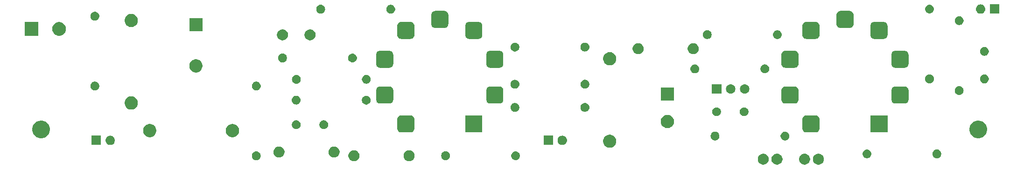
<source format=gts>
G04 #@! TF.GenerationSoftware,KiCad,Pcbnew,5.1.4+dfsg1-1*
G04 #@! TF.CreationDate,2019-10-02T13:31:48+02:00*
G04 #@! TF.ProjectId,fat_bastard_lead,6661745f-6261-4737-9461-72645f6c6561,rev?*
G04 #@! TF.SameCoordinates,Original*
G04 #@! TF.FileFunction,Soldermask,Top*
G04 #@! TF.FilePolarity,Negative*
%FSLAX46Y46*%
G04 Gerber Fmt 4.6, Leading zero omitted, Abs format (unit mm)*
G04 Created by KiCad (PCBNEW 5.1.4+dfsg1-1) date 2019-10-02 13:31:48*
%MOMM*%
%LPD*%
G04 APERTURE LIST*
%ADD10C,0.100000*%
G04 APERTURE END LIST*
D10*
G36*
X196232090Y-88459019D02*
G01*
X196296489Y-88471829D01*
X196478478Y-88547211D01*
X196642263Y-88656649D01*
X196781551Y-88795937D01*
X196890989Y-88959722D01*
X196966371Y-89141711D01*
X196973458Y-89177341D01*
X197004800Y-89334907D01*
X197004800Y-89531893D01*
X196979181Y-89660690D01*
X196966371Y-89725089D01*
X196890989Y-89907078D01*
X196781551Y-90070863D01*
X196642263Y-90210151D01*
X196478478Y-90319589D01*
X196296489Y-90394971D01*
X196232090Y-90407781D01*
X196103293Y-90433400D01*
X195906307Y-90433400D01*
X195777510Y-90407781D01*
X195713111Y-90394971D01*
X195531122Y-90319589D01*
X195367337Y-90210151D01*
X195228049Y-90070863D01*
X195118611Y-89907078D01*
X195043229Y-89725089D01*
X195030419Y-89660690D01*
X195004800Y-89531893D01*
X195004800Y-89334907D01*
X195036142Y-89177341D01*
X195043229Y-89141711D01*
X195118611Y-88959722D01*
X195228049Y-88795937D01*
X195367337Y-88656649D01*
X195531122Y-88547211D01*
X195713111Y-88471829D01*
X195777510Y-88459019D01*
X195906307Y-88433400D01*
X196103293Y-88433400D01*
X196232090Y-88459019D01*
X196232090Y-88459019D01*
G37*
G36*
X203732090Y-88459019D02*
G01*
X203796489Y-88471829D01*
X203978478Y-88547211D01*
X204142263Y-88656649D01*
X204281551Y-88795937D01*
X204390989Y-88959722D01*
X204466371Y-89141711D01*
X204473458Y-89177341D01*
X204504800Y-89334907D01*
X204504800Y-89531893D01*
X204479181Y-89660690D01*
X204466371Y-89725089D01*
X204390989Y-89907078D01*
X204281551Y-90070863D01*
X204142263Y-90210151D01*
X203978478Y-90319589D01*
X203796489Y-90394971D01*
X203732090Y-90407781D01*
X203603293Y-90433400D01*
X203406307Y-90433400D01*
X203277510Y-90407781D01*
X203213111Y-90394971D01*
X203031122Y-90319589D01*
X202867337Y-90210151D01*
X202728049Y-90070863D01*
X202618611Y-89907078D01*
X202543229Y-89725089D01*
X202530419Y-89660690D01*
X202504800Y-89531893D01*
X202504800Y-89334907D01*
X202536142Y-89177341D01*
X202543229Y-89141711D01*
X202618611Y-88959722D01*
X202728049Y-88795937D01*
X202867337Y-88656649D01*
X203031122Y-88547211D01*
X203213111Y-88471829D01*
X203277510Y-88459019D01*
X203406307Y-88433400D01*
X203603293Y-88433400D01*
X203732090Y-88459019D01*
X203732090Y-88459019D01*
G37*
G36*
X198732090Y-88459019D02*
G01*
X198796489Y-88471829D01*
X198978478Y-88547211D01*
X199142263Y-88656649D01*
X199281551Y-88795937D01*
X199390989Y-88959722D01*
X199466371Y-89141711D01*
X199473458Y-89177341D01*
X199504800Y-89334907D01*
X199504800Y-89531893D01*
X199479181Y-89660690D01*
X199466371Y-89725089D01*
X199390989Y-89907078D01*
X199281551Y-90070863D01*
X199142263Y-90210151D01*
X198978478Y-90319589D01*
X198796489Y-90394971D01*
X198732090Y-90407781D01*
X198603293Y-90433400D01*
X198406307Y-90433400D01*
X198277510Y-90407781D01*
X198213111Y-90394971D01*
X198031122Y-90319589D01*
X197867337Y-90210151D01*
X197728049Y-90070863D01*
X197618611Y-89907078D01*
X197543229Y-89725089D01*
X197530419Y-89660690D01*
X197504800Y-89531893D01*
X197504800Y-89334907D01*
X197536142Y-89177341D01*
X197543229Y-89141711D01*
X197618611Y-88959722D01*
X197728049Y-88795937D01*
X197867337Y-88656649D01*
X198031122Y-88547211D01*
X198213111Y-88471829D01*
X198277510Y-88459019D01*
X198406307Y-88433400D01*
X198603293Y-88433400D01*
X198732090Y-88459019D01*
X198732090Y-88459019D01*
G37*
G36*
X206232090Y-88459019D02*
G01*
X206296489Y-88471829D01*
X206478478Y-88547211D01*
X206642263Y-88656649D01*
X206781551Y-88795937D01*
X206890989Y-88959722D01*
X206966371Y-89141711D01*
X206973458Y-89177341D01*
X207004800Y-89334907D01*
X207004800Y-89531893D01*
X206979181Y-89660690D01*
X206966371Y-89725089D01*
X206890989Y-89907078D01*
X206781551Y-90070863D01*
X206642263Y-90210151D01*
X206478478Y-90319589D01*
X206296489Y-90394971D01*
X206232090Y-90407781D01*
X206103293Y-90433400D01*
X205906307Y-90433400D01*
X205777510Y-90407781D01*
X205713111Y-90394971D01*
X205531122Y-90319589D01*
X205367337Y-90210151D01*
X205228049Y-90070863D01*
X205118611Y-89907078D01*
X205043229Y-89725089D01*
X205030419Y-89660690D01*
X205004800Y-89531893D01*
X205004800Y-89334907D01*
X205036142Y-89177341D01*
X205043229Y-89141711D01*
X205118611Y-88959722D01*
X205228049Y-88795937D01*
X205367337Y-88656649D01*
X205531122Y-88547211D01*
X205713111Y-88471829D01*
X205777510Y-88459019D01*
X205906307Y-88433400D01*
X206103293Y-88433400D01*
X206232090Y-88459019D01*
X206232090Y-88459019D01*
G37*
G36*
X121977090Y-87824019D02*
G01*
X122041489Y-87836829D01*
X122223478Y-87912211D01*
X122387263Y-88021649D01*
X122526551Y-88160937D01*
X122635989Y-88324722D01*
X122711371Y-88506711D01*
X122711371Y-88506712D01*
X122749800Y-88699907D01*
X122749800Y-88896893D01*
X122733144Y-88980627D01*
X122711371Y-89090089D01*
X122635989Y-89272078D01*
X122526551Y-89435863D01*
X122387263Y-89575151D01*
X122223478Y-89684589D01*
X122041489Y-89759971D01*
X121977090Y-89772781D01*
X121848293Y-89798400D01*
X121651307Y-89798400D01*
X121522510Y-89772781D01*
X121458111Y-89759971D01*
X121276122Y-89684589D01*
X121112337Y-89575151D01*
X120973049Y-89435863D01*
X120863611Y-89272078D01*
X120788229Y-89090089D01*
X120766456Y-88980627D01*
X120749800Y-88896893D01*
X120749800Y-88699907D01*
X120788229Y-88506712D01*
X120788229Y-88506711D01*
X120863611Y-88324722D01*
X120973049Y-88160937D01*
X121112337Y-88021649D01*
X121276122Y-87912211D01*
X121458111Y-87836829D01*
X121522510Y-87824019D01*
X121651307Y-87798400D01*
X121848293Y-87798400D01*
X121977090Y-87824019D01*
X121977090Y-87824019D01*
G37*
G36*
X131977090Y-87824019D02*
G01*
X132041489Y-87836829D01*
X132223478Y-87912211D01*
X132387263Y-88021649D01*
X132526551Y-88160937D01*
X132635989Y-88324722D01*
X132711371Y-88506711D01*
X132711371Y-88506712D01*
X132749800Y-88699907D01*
X132749800Y-88896893D01*
X132733144Y-88980627D01*
X132711371Y-89090089D01*
X132635989Y-89272078D01*
X132526551Y-89435863D01*
X132387263Y-89575151D01*
X132223478Y-89684589D01*
X132041489Y-89759971D01*
X131977090Y-89772781D01*
X131848293Y-89798400D01*
X131651307Y-89798400D01*
X131522510Y-89772781D01*
X131458111Y-89759971D01*
X131276122Y-89684589D01*
X131112337Y-89575151D01*
X130973049Y-89435863D01*
X130863611Y-89272078D01*
X130788229Y-89090089D01*
X130766456Y-88980627D01*
X130749800Y-88896893D01*
X130749800Y-88699907D01*
X130788229Y-88506712D01*
X130788229Y-88506711D01*
X130863611Y-88324722D01*
X130973049Y-88160937D01*
X131112337Y-88021649D01*
X131276122Y-87912211D01*
X131458111Y-87836829D01*
X131522510Y-87824019D01*
X131651307Y-87798400D01*
X131848293Y-87798400D01*
X131977090Y-87824019D01*
X131977090Y-87824019D01*
G37*
G36*
X104116871Y-88027659D02*
G01*
X104195227Y-88035376D01*
X104346028Y-88081121D01*
X104346030Y-88081122D01*
X104485005Y-88155406D01*
X104606822Y-88255378D01*
X104706794Y-88377195D01*
X104781078Y-88516170D01*
X104781079Y-88516172D01*
X104826824Y-88666973D01*
X104842270Y-88823800D01*
X104826824Y-88980627D01*
X104788784Y-89106028D01*
X104781078Y-89131430D01*
X104706794Y-89270405D01*
X104606822Y-89392222D01*
X104485005Y-89492194D01*
X104393548Y-89541079D01*
X104346028Y-89566479D01*
X104195227Y-89612224D01*
X104116871Y-89619941D01*
X104077694Y-89623800D01*
X103999106Y-89623800D01*
X103959929Y-89619941D01*
X103881573Y-89612224D01*
X103730772Y-89566479D01*
X103683252Y-89541079D01*
X103591795Y-89492194D01*
X103469978Y-89392222D01*
X103370006Y-89270405D01*
X103295722Y-89131430D01*
X103288016Y-89106028D01*
X103249976Y-88980627D01*
X103234530Y-88823800D01*
X103249976Y-88666973D01*
X103295721Y-88516172D01*
X103295722Y-88516170D01*
X103370006Y-88377195D01*
X103469978Y-88255378D01*
X103591795Y-88155406D01*
X103730770Y-88081122D01*
X103730772Y-88081121D01*
X103881573Y-88035376D01*
X103959929Y-88027659D01*
X103999106Y-88023800D01*
X104077694Y-88023800D01*
X104116871Y-88027659D01*
X104116871Y-88027659D01*
G37*
G36*
X151157671Y-88002259D02*
G01*
X151236027Y-88009976D01*
X151386828Y-88055721D01*
X151386830Y-88055722D01*
X151525805Y-88130006D01*
X151647622Y-88229978D01*
X151747594Y-88351795D01*
X151767698Y-88389407D01*
X151821879Y-88490772D01*
X151867624Y-88641573D01*
X151883070Y-88798400D01*
X151867624Y-88955227D01*
X151821879Y-89106028D01*
X151821878Y-89106030D01*
X151747594Y-89245005D01*
X151647622Y-89366822D01*
X151525805Y-89466794D01*
X151404014Y-89531893D01*
X151386828Y-89541079D01*
X151236027Y-89586824D01*
X151157671Y-89594541D01*
X151118494Y-89598400D01*
X151039906Y-89598400D01*
X151000729Y-89594541D01*
X150922373Y-89586824D01*
X150771572Y-89541079D01*
X150754386Y-89531893D01*
X150632595Y-89466794D01*
X150510778Y-89366822D01*
X150410806Y-89245005D01*
X150336522Y-89106030D01*
X150336521Y-89106028D01*
X150290776Y-88955227D01*
X150275330Y-88798400D01*
X150290776Y-88641573D01*
X150336521Y-88490772D01*
X150390702Y-88389407D01*
X150410806Y-88351795D01*
X150510778Y-88229978D01*
X150632595Y-88130006D01*
X150771570Y-88055722D01*
X150771572Y-88055721D01*
X150922373Y-88009976D01*
X151000729Y-88002259D01*
X151039906Y-87998400D01*
X151118494Y-87998400D01*
X151157671Y-88002259D01*
X151157671Y-88002259D01*
G37*
G36*
X138612551Y-88029143D02*
G01*
X138758141Y-88089448D01*
X138889170Y-88176999D01*
X139000601Y-88288430D01*
X139088152Y-88419459D01*
X139148457Y-88565049D01*
X139179200Y-88719606D01*
X139179200Y-88877194D01*
X139148457Y-89031751D01*
X139088152Y-89177341D01*
X139000601Y-89308370D01*
X138889170Y-89419801D01*
X138758141Y-89507352D01*
X138612551Y-89567657D01*
X138457994Y-89598400D01*
X138300406Y-89598400D01*
X138145849Y-89567657D01*
X138000259Y-89507352D01*
X137869230Y-89419801D01*
X137757799Y-89308370D01*
X137670248Y-89177341D01*
X137609943Y-89031751D01*
X137579200Y-88877194D01*
X137579200Y-88719606D01*
X137609943Y-88565049D01*
X137670248Y-88419459D01*
X137757799Y-88288430D01*
X137869230Y-88176999D01*
X138000259Y-88089448D01*
X138145849Y-88029143D01*
X138300406Y-87998400D01*
X138457994Y-87998400D01*
X138612551Y-88029143D01*
X138612551Y-88029143D01*
G37*
G36*
X227741151Y-87698943D02*
G01*
X227886741Y-87759248D01*
X228017770Y-87846799D01*
X228129201Y-87958230D01*
X228216752Y-88089259D01*
X228277057Y-88234849D01*
X228307800Y-88389406D01*
X228307800Y-88546994D01*
X228277057Y-88701551D01*
X228216752Y-88847141D01*
X228129201Y-88978170D01*
X228017770Y-89089601D01*
X227886741Y-89177152D01*
X227741151Y-89237457D01*
X227586594Y-89268200D01*
X227429006Y-89268200D01*
X227274449Y-89237457D01*
X227128859Y-89177152D01*
X226997830Y-89089601D01*
X226886399Y-88978170D01*
X226798848Y-88847141D01*
X226738543Y-88701551D01*
X226707800Y-88546994D01*
X226707800Y-88389406D01*
X226738543Y-88234849D01*
X226798848Y-88089259D01*
X226886399Y-87958230D01*
X226997830Y-87846799D01*
X227128859Y-87759248D01*
X227274449Y-87698943D01*
X227429006Y-87668200D01*
X227586594Y-87668200D01*
X227741151Y-87698943D01*
X227741151Y-87698943D01*
G37*
G36*
X214886271Y-87672059D02*
G01*
X214964627Y-87679776D01*
X215115428Y-87725521D01*
X215115430Y-87725522D01*
X215254405Y-87799806D01*
X215376222Y-87899778D01*
X215476194Y-88021595D01*
X215494435Y-88055722D01*
X215550479Y-88160572D01*
X215596224Y-88311373D01*
X215611670Y-88468200D01*
X215596224Y-88625027D01*
X215550479Y-88775828D01*
X215550478Y-88775830D01*
X215476194Y-88914805D01*
X215376222Y-89036622D01*
X215254405Y-89136594D01*
X215178173Y-89177341D01*
X215115428Y-89210879D01*
X214964627Y-89256624D01*
X214886271Y-89264341D01*
X214847094Y-89268200D01*
X214768506Y-89268200D01*
X214729329Y-89264341D01*
X214650973Y-89256624D01*
X214500172Y-89210879D01*
X214437427Y-89177341D01*
X214361195Y-89136594D01*
X214239378Y-89036622D01*
X214139406Y-88914805D01*
X214065122Y-88775830D01*
X214065121Y-88775828D01*
X214019376Y-88625027D01*
X214003930Y-88468200D01*
X214019376Y-88311373D01*
X214065121Y-88160572D01*
X214121165Y-88055722D01*
X214139406Y-88021595D01*
X214239378Y-87899778D01*
X214361195Y-87799806D01*
X214500170Y-87725522D01*
X214500172Y-87725521D01*
X214650973Y-87679776D01*
X214729329Y-87672059D01*
X214768506Y-87668200D01*
X214847094Y-87668200D01*
X214886271Y-87672059D01*
X214886271Y-87672059D01*
G37*
G36*
X108380490Y-87163619D02*
G01*
X108444889Y-87176429D01*
X108626878Y-87251811D01*
X108790663Y-87361249D01*
X108929951Y-87500537D01*
X109039389Y-87664322D01*
X109095508Y-87799806D01*
X109114771Y-87846312D01*
X109153200Y-88039507D01*
X109153200Y-88236493D01*
X109142869Y-88288430D01*
X109114771Y-88429689D01*
X109039389Y-88611678D01*
X108929951Y-88775463D01*
X108790663Y-88914751D01*
X108626878Y-89024189D01*
X108444889Y-89099571D01*
X108412427Y-89106028D01*
X108251693Y-89138000D01*
X108054707Y-89138000D01*
X107893973Y-89106028D01*
X107861511Y-89099571D01*
X107679522Y-89024189D01*
X107515737Y-88914751D01*
X107376449Y-88775463D01*
X107267011Y-88611678D01*
X107191629Y-88429689D01*
X107163531Y-88288430D01*
X107153200Y-88236493D01*
X107153200Y-88039507D01*
X107191629Y-87846312D01*
X107210892Y-87799806D01*
X107267011Y-87664322D01*
X107376449Y-87500537D01*
X107515737Y-87361249D01*
X107679522Y-87251811D01*
X107861511Y-87176429D01*
X107925910Y-87163619D01*
X108054707Y-87138000D01*
X108251693Y-87138000D01*
X108380490Y-87163619D01*
X108380490Y-87163619D01*
G37*
G36*
X118380490Y-87163619D02*
G01*
X118444889Y-87176429D01*
X118626878Y-87251811D01*
X118790663Y-87361249D01*
X118929951Y-87500537D01*
X119039389Y-87664322D01*
X119095508Y-87799806D01*
X119114771Y-87846312D01*
X119153200Y-88039507D01*
X119153200Y-88236493D01*
X119142869Y-88288430D01*
X119114771Y-88429689D01*
X119039389Y-88611678D01*
X118929951Y-88775463D01*
X118790663Y-88914751D01*
X118626878Y-89024189D01*
X118444889Y-89099571D01*
X118412427Y-89106028D01*
X118251693Y-89138000D01*
X118054707Y-89138000D01*
X117893973Y-89106028D01*
X117861511Y-89099571D01*
X117679522Y-89024189D01*
X117515737Y-88914751D01*
X117376449Y-88775463D01*
X117267011Y-88611678D01*
X117191629Y-88429689D01*
X117163531Y-88288430D01*
X117153200Y-88236493D01*
X117153200Y-88039507D01*
X117191629Y-87846312D01*
X117210892Y-87799806D01*
X117267011Y-87664322D01*
X117376449Y-87500537D01*
X117515737Y-87361249D01*
X117679522Y-87251811D01*
X117861511Y-87176429D01*
X117925910Y-87163619D01*
X118054707Y-87138000D01*
X118251693Y-87138000D01*
X118380490Y-87163619D01*
X118380490Y-87163619D01*
G37*
G36*
X168498026Y-85002915D02*
G01*
X168716411Y-85093373D01*
X168716413Y-85093374D01*
X168912955Y-85224699D01*
X169080101Y-85391845D01*
X169169394Y-85525481D01*
X169211427Y-85588389D01*
X169301885Y-85806774D01*
X169348000Y-86038609D01*
X169348000Y-86274991D01*
X169301885Y-86506826D01*
X169211427Y-86725211D01*
X169211426Y-86725213D01*
X169080101Y-86921755D01*
X168912955Y-87088901D01*
X168716413Y-87220226D01*
X168716412Y-87220227D01*
X168716411Y-87220227D01*
X168498026Y-87310685D01*
X168266191Y-87356800D01*
X168029809Y-87356800D01*
X167797974Y-87310685D01*
X167579589Y-87220227D01*
X167579588Y-87220227D01*
X167579587Y-87220226D01*
X167383045Y-87088901D01*
X167215899Y-86921755D01*
X167084574Y-86725213D01*
X167084573Y-86725211D01*
X166994115Y-86506826D01*
X166948000Y-86274991D01*
X166948000Y-86038609D01*
X166994115Y-85806774D01*
X167084573Y-85588389D01*
X167126607Y-85525481D01*
X167215899Y-85391845D01*
X167383045Y-85224699D01*
X167579587Y-85093374D01*
X167579589Y-85093373D01*
X167797974Y-85002915D01*
X168029809Y-84956800D01*
X168266191Y-84956800D01*
X168498026Y-85002915D01*
X168498026Y-85002915D01*
G37*
G36*
X157850000Y-86850000D02*
G01*
X156150000Y-86850000D01*
X156150000Y-85150000D01*
X157850000Y-85150000D01*
X157850000Y-86850000D01*
X157850000Y-86850000D01*
G37*
G36*
X159706627Y-85162299D02*
G01*
X159786742Y-85186602D01*
X159866855Y-85210903D01*
X159866857Y-85210904D01*
X160014518Y-85289831D01*
X160143949Y-85396051D01*
X160250169Y-85525482D01*
X160329096Y-85673143D01*
X160377701Y-85833373D01*
X160394112Y-86000000D01*
X160377701Y-86166627D01*
X160329096Y-86326857D01*
X160250169Y-86474518D01*
X160143949Y-86603949D01*
X160014518Y-86710169D01*
X159866857Y-86789096D01*
X159866855Y-86789097D01*
X159786742Y-86813398D01*
X159706627Y-86837701D01*
X159581752Y-86850000D01*
X159498248Y-86850000D01*
X159373373Y-86837701D01*
X159293258Y-86813398D01*
X159213145Y-86789097D01*
X159213143Y-86789096D01*
X159065482Y-86710169D01*
X158936051Y-86603949D01*
X158829831Y-86474518D01*
X158750904Y-86326857D01*
X158702299Y-86166627D01*
X158685888Y-86000000D01*
X158702299Y-85833373D01*
X158750904Y-85673143D01*
X158829831Y-85525482D01*
X158936051Y-85396051D01*
X159065482Y-85289831D01*
X159213143Y-85210904D01*
X159213145Y-85210903D01*
X159293258Y-85186602D01*
X159373373Y-85162299D01*
X159498248Y-85150000D01*
X159581752Y-85150000D01*
X159706627Y-85162299D01*
X159706627Y-85162299D01*
G37*
G36*
X77706627Y-85162299D02*
G01*
X77786742Y-85186602D01*
X77866855Y-85210903D01*
X77866857Y-85210904D01*
X78014518Y-85289831D01*
X78143949Y-85396051D01*
X78250169Y-85525482D01*
X78329096Y-85673143D01*
X78377701Y-85833373D01*
X78394112Y-86000000D01*
X78377701Y-86166627D01*
X78329096Y-86326857D01*
X78250169Y-86474518D01*
X78143949Y-86603949D01*
X78014518Y-86710169D01*
X77866857Y-86789096D01*
X77866855Y-86789097D01*
X77786742Y-86813398D01*
X77706627Y-86837701D01*
X77581752Y-86850000D01*
X77498248Y-86850000D01*
X77373373Y-86837701D01*
X77293258Y-86813398D01*
X77213145Y-86789097D01*
X77213143Y-86789096D01*
X77065482Y-86710169D01*
X76936051Y-86603949D01*
X76829831Y-86474518D01*
X76750904Y-86326857D01*
X76702299Y-86166627D01*
X76685888Y-86000000D01*
X76702299Y-85833373D01*
X76750904Y-85673143D01*
X76829831Y-85525482D01*
X76936051Y-85396051D01*
X77065482Y-85289831D01*
X77213143Y-85210904D01*
X77213145Y-85210903D01*
X77293258Y-85186602D01*
X77373373Y-85162299D01*
X77498248Y-85150000D01*
X77581752Y-85150000D01*
X77706627Y-85162299D01*
X77706627Y-85162299D01*
G37*
G36*
X75850000Y-86850000D02*
G01*
X74150000Y-86850000D01*
X74150000Y-85150000D01*
X75850000Y-85150000D01*
X75850000Y-86850000D01*
X75850000Y-86850000D01*
G37*
G36*
X200182151Y-84447743D02*
G01*
X200327741Y-84508048D01*
X200458770Y-84595599D01*
X200570201Y-84707030D01*
X200657752Y-84838059D01*
X200718057Y-84983649D01*
X200748800Y-85138206D01*
X200748800Y-85295794D01*
X200718057Y-85450351D01*
X200657752Y-85595941D01*
X200570201Y-85726970D01*
X200458770Y-85838401D01*
X200327741Y-85925952D01*
X200182151Y-85986257D01*
X200027594Y-86017000D01*
X199870006Y-86017000D01*
X199715449Y-85986257D01*
X199569859Y-85925952D01*
X199438830Y-85838401D01*
X199327399Y-85726970D01*
X199239848Y-85595941D01*
X199179543Y-85450351D01*
X199148800Y-85295794D01*
X199148800Y-85138206D01*
X199179543Y-84983649D01*
X199239848Y-84838059D01*
X199327399Y-84707030D01*
X199438830Y-84595599D01*
X199569859Y-84508048D01*
X199715449Y-84447743D01*
X199870006Y-84417000D01*
X200027594Y-84417000D01*
X200182151Y-84447743D01*
X200182151Y-84447743D01*
G37*
G36*
X187312349Y-84419389D02*
G01*
X187405627Y-84428576D01*
X187556428Y-84474321D01*
X187556430Y-84474322D01*
X187695405Y-84548606D01*
X187817222Y-84648578D01*
X187917194Y-84770395D01*
X187953361Y-84838058D01*
X187991479Y-84909372D01*
X188037224Y-85060173D01*
X188052670Y-85217000D01*
X188037224Y-85373827D01*
X187991479Y-85524628D01*
X187991478Y-85524630D01*
X187917194Y-85663605D01*
X187817222Y-85785422D01*
X187695405Y-85885394D01*
X187556430Y-85959678D01*
X187556428Y-85959679D01*
X187405627Y-86005424D01*
X187327271Y-86013141D01*
X187288094Y-86017000D01*
X187209506Y-86017000D01*
X187170329Y-86013141D01*
X187091973Y-86005424D01*
X186941172Y-85959679D01*
X186941170Y-85959678D01*
X186802195Y-85885394D01*
X186680378Y-85785422D01*
X186580406Y-85663605D01*
X186506122Y-85524630D01*
X186506121Y-85524628D01*
X186460376Y-85373827D01*
X186444930Y-85217000D01*
X186460376Y-85060173D01*
X186506121Y-84909372D01*
X186544239Y-84838058D01*
X186580406Y-84770395D01*
X186680378Y-84648578D01*
X186802195Y-84548606D01*
X186941170Y-84474322D01*
X186941172Y-84474321D01*
X187091973Y-84428576D01*
X187185251Y-84419389D01*
X187209506Y-84417000D01*
X187288094Y-84417000D01*
X187312349Y-84419389D01*
X187312349Y-84419389D01*
G37*
G36*
X235466703Y-82461486D02*
G01*
X235757883Y-82582097D01*
X236019940Y-82757198D01*
X236242802Y-82980060D01*
X236417903Y-83242117D01*
X236538514Y-83533297D01*
X236600000Y-83842412D01*
X236600000Y-84157588D01*
X236538514Y-84466703D01*
X236417903Y-84757883D01*
X236242802Y-85019940D01*
X236019940Y-85242802D01*
X235757883Y-85417903D01*
X235466703Y-85538514D01*
X235157588Y-85600000D01*
X234842412Y-85600000D01*
X234533297Y-85538514D01*
X234242117Y-85417903D01*
X233980060Y-85242802D01*
X233757198Y-85019940D01*
X233582097Y-84757883D01*
X233461486Y-84466703D01*
X233400000Y-84157588D01*
X233400000Y-83842412D01*
X233461486Y-83533297D01*
X233582097Y-83242117D01*
X233757198Y-82980060D01*
X233980060Y-82757198D01*
X234242117Y-82582097D01*
X234533297Y-82461486D01*
X234842412Y-82400000D01*
X235157588Y-82400000D01*
X235466703Y-82461486D01*
X235466703Y-82461486D01*
G37*
G36*
X65466703Y-82461486D02*
G01*
X65757883Y-82582097D01*
X66019940Y-82757198D01*
X66242802Y-82980060D01*
X66417903Y-83242117D01*
X66538514Y-83533297D01*
X66600000Y-83842412D01*
X66600000Y-84157588D01*
X66538514Y-84466703D01*
X66417903Y-84757883D01*
X66242802Y-85019940D01*
X66019940Y-85242802D01*
X65757883Y-85417903D01*
X65466703Y-85538514D01*
X65157588Y-85600000D01*
X64842412Y-85600000D01*
X64533297Y-85538514D01*
X64242117Y-85417903D01*
X63980060Y-85242802D01*
X63757198Y-85019940D01*
X63582097Y-84757883D01*
X63461486Y-84466703D01*
X63400000Y-84157588D01*
X63400000Y-83842412D01*
X63461486Y-83533297D01*
X63582097Y-83242117D01*
X63757198Y-82980060D01*
X63980060Y-82757198D01*
X64242117Y-82582097D01*
X64533297Y-82461486D01*
X64842412Y-82400000D01*
X65157588Y-82400000D01*
X65466703Y-82461486D01*
X65466703Y-82461486D01*
G37*
G36*
X100059026Y-83072515D02*
G01*
X100277411Y-83162973D01*
X100277413Y-83162974D01*
X100473955Y-83294299D01*
X100641101Y-83461445D01*
X100757085Y-83635027D01*
X100772427Y-83657989D01*
X100862885Y-83876374D01*
X100909000Y-84108209D01*
X100909000Y-84344591D01*
X100862885Y-84576426D01*
X100782541Y-84770394D01*
X100772426Y-84794813D01*
X100641101Y-84991355D01*
X100473955Y-85158501D01*
X100277413Y-85289826D01*
X100277412Y-85289827D01*
X100277411Y-85289827D01*
X100059026Y-85380285D01*
X99827191Y-85426400D01*
X99590809Y-85426400D01*
X99358974Y-85380285D01*
X99140589Y-85289827D01*
X99140588Y-85289827D01*
X99140587Y-85289826D01*
X98944045Y-85158501D01*
X98776899Y-84991355D01*
X98645574Y-84794813D01*
X98635459Y-84770394D01*
X98555115Y-84576426D01*
X98509000Y-84344591D01*
X98509000Y-84108209D01*
X98555115Y-83876374D01*
X98645573Y-83657989D01*
X98660916Y-83635027D01*
X98776899Y-83461445D01*
X98944045Y-83294299D01*
X99140587Y-83162974D01*
X99140589Y-83162973D01*
X99358974Y-83072515D01*
X99590809Y-83026400D01*
X99827191Y-83026400D01*
X100059026Y-83072515D01*
X100059026Y-83072515D01*
G37*
G36*
X85059026Y-83072515D02*
G01*
X85277411Y-83162973D01*
X85277413Y-83162974D01*
X85473955Y-83294299D01*
X85641101Y-83461445D01*
X85757085Y-83635027D01*
X85772427Y-83657989D01*
X85862885Y-83876374D01*
X85909000Y-84108209D01*
X85909000Y-84344591D01*
X85862885Y-84576426D01*
X85782541Y-84770394D01*
X85772426Y-84794813D01*
X85641101Y-84991355D01*
X85473955Y-85158501D01*
X85277413Y-85289826D01*
X85277412Y-85289827D01*
X85277411Y-85289827D01*
X85059026Y-85380285D01*
X84827191Y-85426400D01*
X84590809Y-85426400D01*
X84358974Y-85380285D01*
X84140589Y-85289827D01*
X84140588Y-85289827D01*
X84140587Y-85289826D01*
X83944045Y-85158501D01*
X83776899Y-84991355D01*
X83645574Y-84794813D01*
X83635459Y-84770394D01*
X83555115Y-84576426D01*
X83509000Y-84344591D01*
X83509000Y-84108209D01*
X83555115Y-83876374D01*
X83645573Y-83657989D01*
X83660916Y-83635027D01*
X83776899Y-83461445D01*
X83944045Y-83294299D01*
X84140587Y-83162974D01*
X84140589Y-83162973D01*
X84358974Y-83072515D01*
X84590809Y-83026400D01*
X84827191Y-83026400D01*
X85059026Y-83072515D01*
X85059026Y-83072515D01*
G37*
G36*
X218550000Y-84550000D02*
G01*
X215450000Y-84550000D01*
X215450000Y-81450000D01*
X218550000Y-81450000D01*
X218550000Y-84550000D01*
X218550000Y-84550000D01*
G37*
G36*
X205636385Y-81464283D02*
G01*
X205769930Y-81504794D01*
X205893007Y-81570580D01*
X206000886Y-81659114D01*
X206089420Y-81766993D01*
X206155206Y-81890070D01*
X206195717Y-82023615D01*
X206210000Y-82168640D01*
X206210000Y-83831360D01*
X206195717Y-83976385D01*
X206155206Y-84109930D01*
X206089420Y-84233007D01*
X206000886Y-84340886D01*
X205893007Y-84429420D01*
X205769930Y-84495206D01*
X205636385Y-84535717D01*
X205491360Y-84550000D01*
X203828640Y-84550000D01*
X203683615Y-84535717D01*
X203550070Y-84495206D01*
X203426993Y-84429420D01*
X203319114Y-84340886D01*
X203230580Y-84233007D01*
X203164794Y-84109930D01*
X203124283Y-83976385D01*
X203110000Y-83831360D01*
X203110000Y-82168640D01*
X203124283Y-82023615D01*
X203164794Y-81890070D01*
X203230580Y-81766993D01*
X203319114Y-81659114D01*
X203426993Y-81570580D01*
X203550070Y-81504794D01*
X203683615Y-81464283D01*
X203828640Y-81450000D01*
X205491360Y-81450000D01*
X205636385Y-81464283D01*
X205636385Y-81464283D01*
G37*
G36*
X132136385Y-81464283D02*
G01*
X132269930Y-81504794D01*
X132393007Y-81570580D01*
X132500886Y-81659114D01*
X132589420Y-81766993D01*
X132655206Y-81890070D01*
X132695717Y-82023615D01*
X132710000Y-82168640D01*
X132710000Y-83831360D01*
X132695717Y-83976385D01*
X132655206Y-84109930D01*
X132589420Y-84233007D01*
X132500886Y-84340886D01*
X132393007Y-84429420D01*
X132269930Y-84495206D01*
X132136385Y-84535717D01*
X131991360Y-84550000D01*
X130328640Y-84550000D01*
X130183615Y-84535717D01*
X130050070Y-84495206D01*
X129926993Y-84429420D01*
X129819114Y-84340886D01*
X129730580Y-84233007D01*
X129664794Y-84109930D01*
X129624283Y-83976385D01*
X129610000Y-83831360D01*
X129610000Y-82168640D01*
X129624283Y-82023615D01*
X129664794Y-81890070D01*
X129730580Y-81766993D01*
X129819114Y-81659114D01*
X129926993Y-81570580D01*
X130050070Y-81504794D01*
X130183615Y-81464283D01*
X130328640Y-81450000D01*
X131991360Y-81450000D01*
X132136385Y-81464283D01*
X132136385Y-81464283D01*
G37*
G36*
X145050000Y-84550000D02*
G01*
X141950000Y-84550000D01*
X141950000Y-81450000D01*
X145050000Y-81450000D01*
X145050000Y-84550000D01*
X145050000Y-84550000D01*
G37*
G36*
X116510751Y-82390343D02*
G01*
X116656341Y-82450648D01*
X116787370Y-82538199D01*
X116898801Y-82649630D01*
X116986352Y-82780659D01*
X117046657Y-82926249D01*
X117077400Y-83080806D01*
X117077400Y-83238394D01*
X117046657Y-83392951D01*
X116986352Y-83538541D01*
X116898801Y-83669570D01*
X116787370Y-83781001D01*
X116656341Y-83868552D01*
X116510751Y-83928857D01*
X116356194Y-83959600D01*
X116198606Y-83959600D01*
X116044049Y-83928857D01*
X115898459Y-83868552D01*
X115767430Y-83781001D01*
X115655999Y-83669570D01*
X115568448Y-83538541D01*
X115508143Y-83392951D01*
X115477400Y-83238394D01*
X115477400Y-83080806D01*
X115508143Y-82926249D01*
X115568448Y-82780659D01*
X115655999Y-82649630D01*
X115767430Y-82538199D01*
X115898459Y-82450648D01*
X116044049Y-82390343D01*
X116198606Y-82359600D01*
X116356194Y-82359600D01*
X116510751Y-82390343D01*
X116510751Y-82390343D01*
G37*
G36*
X111510751Y-82390343D02*
G01*
X111656341Y-82450648D01*
X111787370Y-82538199D01*
X111898801Y-82649630D01*
X111986352Y-82780659D01*
X112046657Y-82926249D01*
X112077400Y-83080806D01*
X112077400Y-83238394D01*
X112046657Y-83392951D01*
X111986352Y-83538541D01*
X111898801Y-83669570D01*
X111787370Y-83781001D01*
X111656341Y-83868552D01*
X111510751Y-83928857D01*
X111356194Y-83959600D01*
X111198606Y-83959600D01*
X111044049Y-83928857D01*
X110898459Y-83868552D01*
X110767430Y-83781001D01*
X110655999Y-83669570D01*
X110568448Y-83538541D01*
X110508143Y-83392951D01*
X110477400Y-83238394D01*
X110477400Y-83080806D01*
X110508143Y-82926249D01*
X110568448Y-82780659D01*
X110655999Y-82649630D01*
X110767430Y-82538199D01*
X110898459Y-82450648D01*
X111044049Y-82390343D01*
X111198606Y-82359600D01*
X111356194Y-82359600D01*
X111510751Y-82390343D01*
X111510751Y-82390343D01*
G37*
G36*
X178962826Y-81417715D02*
G01*
X179181211Y-81508173D01*
X179181213Y-81508174D01*
X179268739Y-81566657D01*
X179377755Y-81639499D01*
X179544901Y-81806645D01*
X179676227Y-82003189D01*
X179766685Y-82221574D01*
X179812800Y-82453409D01*
X179812800Y-82689791D01*
X179766685Y-82921626D01*
X179700750Y-83080807D01*
X179676226Y-83140013D01*
X179544901Y-83336555D01*
X179377755Y-83503701D01*
X179181213Y-83635026D01*
X179181212Y-83635027D01*
X179181211Y-83635027D01*
X178962826Y-83725485D01*
X178730991Y-83771600D01*
X178494609Y-83771600D01*
X178262774Y-83725485D01*
X178044389Y-83635027D01*
X178044388Y-83635027D01*
X178044387Y-83635026D01*
X177847845Y-83503701D01*
X177680699Y-83336555D01*
X177549374Y-83140013D01*
X177524850Y-83080807D01*
X177458915Y-82921626D01*
X177412800Y-82689791D01*
X177412800Y-82453409D01*
X177458915Y-82221574D01*
X177549373Y-82003189D01*
X177680699Y-81806645D01*
X177847845Y-81639499D01*
X177956861Y-81566657D01*
X178044387Y-81508174D01*
X178044389Y-81508173D01*
X178262774Y-81417715D01*
X178494609Y-81371600D01*
X178730991Y-81371600D01*
X178962826Y-81417715D01*
X178962826Y-81417715D01*
G37*
G36*
X192761551Y-80028143D02*
G01*
X192907141Y-80088448D01*
X193038170Y-80175999D01*
X193149601Y-80287430D01*
X193237152Y-80418459D01*
X193297457Y-80564049D01*
X193328200Y-80718606D01*
X193328200Y-80876194D01*
X193297457Y-81030751D01*
X193237152Y-81176341D01*
X193149601Y-81307370D01*
X193038170Y-81418801D01*
X192907141Y-81506352D01*
X192761551Y-81566657D01*
X192606994Y-81597400D01*
X192449406Y-81597400D01*
X192294849Y-81566657D01*
X192149259Y-81506352D01*
X192018230Y-81418801D01*
X191906799Y-81307370D01*
X191819248Y-81176341D01*
X191758943Y-81030751D01*
X191728200Y-80876194D01*
X191728200Y-80718606D01*
X191758943Y-80564049D01*
X191819248Y-80418459D01*
X191906799Y-80287430D01*
X192018230Y-80175999D01*
X192149259Y-80088448D01*
X192294849Y-80028143D01*
X192449406Y-79997400D01*
X192606994Y-79997400D01*
X192761551Y-80028143D01*
X192761551Y-80028143D01*
G37*
G36*
X187761551Y-80028143D02*
G01*
X187907141Y-80088448D01*
X188038170Y-80175999D01*
X188149601Y-80287430D01*
X188237152Y-80418459D01*
X188297457Y-80564049D01*
X188328200Y-80718606D01*
X188328200Y-80876194D01*
X188297457Y-81030751D01*
X188237152Y-81176341D01*
X188149601Y-81307370D01*
X188038170Y-81418801D01*
X187907141Y-81506352D01*
X187761551Y-81566657D01*
X187606994Y-81597400D01*
X187449406Y-81597400D01*
X187294849Y-81566657D01*
X187149259Y-81506352D01*
X187018230Y-81418801D01*
X186906799Y-81307370D01*
X186819248Y-81176341D01*
X186758943Y-81030751D01*
X186728200Y-80876194D01*
X186728200Y-80718606D01*
X186758943Y-80564049D01*
X186819248Y-80418459D01*
X186906799Y-80287430D01*
X187018230Y-80175999D01*
X187149259Y-80088448D01*
X187294849Y-80028143D01*
X187449406Y-79997400D01*
X187606994Y-79997400D01*
X187761551Y-80028143D01*
X187761551Y-80028143D01*
G37*
G36*
X151185551Y-79240743D02*
G01*
X151331141Y-79301048D01*
X151462170Y-79388599D01*
X151573601Y-79500030D01*
X151661152Y-79631059D01*
X151721457Y-79776649D01*
X151752200Y-79931206D01*
X151752200Y-80088794D01*
X151721457Y-80243351D01*
X151661152Y-80388941D01*
X151573601Y-80519970D01*
X151462170Y-80631401D01*
X151331141Y-80718952D01*
X151185551Y-80779257D01*
X151030994Y-80810000D01*
X150873406Y-80810000D01*
X150718849Y-80779257D01*
X150573259Y-80718952D01*
X150442230Y-80631401D01*
X150330799Y-80519970D01*
X150243248Y-80388941D01*
X150182943Y-80243351D01*
X150152200Y-80088794D01*
X150152200Y-79931206D01*
X150182943Y-79776649D01*
X150243248Y-79631059D01*
X150330799Y-79500030D01*
X150442230Y-79388599D01*
X150573259Y-79301048D01*
X150718849Y-79240743D01*
X150873406Y-79210000D01*
X151030994Y-79210000D01*
X151185551Y-79240743D01*
X151185551Y-79240743D01*
G37*
G36*
X163730671Y-79213859D02*
G01*
X163809027Y-79221576D01*
X163959828Y-79267321D01*
X163959830Y-79267322D01*
X164098805Y-79341606D01*
X164220622Y-79441578D01*
X164307325Y-79547226D01*
X164320593Y-79563394D01*
X164394879Y-79702372D01*
X164440624Y-79853173D01*
X164456070Y-80010000D01*
X164440624Y-80166827D01*
X164412170Y-80260626D01*
X164394878Y-80317630D01*
X164320594Y-80456605D01*
X164220622Y-80578422D01*
X164098805Y-80678394D01*
X163959830Y-80752678D01*
X163959828Y-80752679D01*
X163809027Y-80798424D01*
X163730671Y-80806141D01*
X163691494Y-80810000D01*
X163612906Y-80810000D01*
X163573729Y-80806141D01*
X163495373Y-80798424D01*
X163344572Y-80752679D01*
X163344570Y-80752678D01*
X163205595Y-80678394D01*
X163083778Y-80578422D01*
X162983806Y-80456605D01*
X162909522Y-80317630D01*
X162892230Y-80260626D01*
X162863776Y-80166827D01*
X162848330Y-80010000D01*
X162863776Y-79853173D01*
X162909521Y-79702372D01*
X162983807Y-79563394D01*
X162997076Y-79547226D01*
X163083778Y-79441578D01*
X163205595Y-79341606D01*
X163344570Y-79267322D01*
X163344572Y-79267321D01*
X163495373Y-79221576D01*
X163573729Y-79213859D01*
X163612906Y-79210000D01*
X163691494Y-79210000D01*
X163730671Y-79213859D01*
X163730671Y-79213859D01*
G37*
G36*
X81706226Y-78043315D02*
G01*
X81893238Y-78120778D01*
X81924613Y-78133774D01*
X82121155Y-78265099D01*
X82288301Y-78432245D01*
X82355206Y-78532375D01*
X82419627Y-78628789D01*
X82510085Y-78847174D01*
X82556200Y-79079009D01*
X82556200Y-79315391D01*
X82510085Y-79547226D01*
X82475360Y-79631059D01*
X82419626Y-79765613D01*
X82288301Y-79962155D01*
X82121155Y-80129301D01*
X81924613Y-80260626D01*
X81924612Y-80260627D01*
X81924611Y-80260627D01*
X81706226Y-80351085D01*
X81474391Y-80397200D01*
X81238009Y-80397200D01*
X81006174Y-80351085D01*
X80787789Y-80260627D01*
X80787788Y-80260627D01*
X80787787Y-80260626D01*
X80591245Y-80129301D01*
X80424099Y-79962155D01*
X80292774Y-79765613D01*
X80237040Y-79631059D01*
X80202315Y-79547226D01*
X80156200Y-79315391D01*
X80156200Y-79079009D01*
X80202315Y-78847174D01*
X80292773Y-78628789D01*
X80357195Y-78532375D01*
X80424099Y-78432245D01*
X80591245Y-78265099D01*
X80787787Y-78133774D01*
X80819162Y-78120778D01*
X81006174Y-78043315D01*
X81238009Y-77997200D01*
X81474391Y-77997200D01*
X81706226Y-78043315D01*
X81706226Y-78043315D01*
G37*
G36*
X124210751Y-77919943D02*
G01*
X124356341Y-77980248D01*
X124487370Y-78067799D01*
X124598801Y-78179230D01*
X124686352Y-78310259D01*
X124746657Y-78455849D01*
X124777400Y-78610406D01*
X124777400Y-78767994D01*
X124746657Y-78922551D01*
X124686352Y-79068141D01*
X124598801Y-79199170D01*
X124487370Y-79310601D01*
X124356341Y-79398152D01*
X124210751Y-79458457D01*
X124056194Y-79489200D01*
X123898606Y-79489200D01*
X123744049Y-79458457D01*
X123598459Y-79398152D01*
X123467430Y-79310601D01*
X123355999Y-79199170D01*
X123268448Y-79068141D01*
X123208143Y-78922551D01*
X123177400Y-78767994D01*
X123177400Y-78610406D01*
X123208143Y-78455849D01*
X123268448Y-78310259D01*
X123355999Y-78179230D01*
X123467430Y-78067799D01*
X123598459Y-77980248D01*
X123744049Y-77919943D01*
X123898606Y-77889200D01*
X124056194Y-77889200D01*
X124210751Y-77919943D01*
X124210751Y-77919943D01*
G37*
G36*
X111355871Y-77893059D02*
G01*
X111434227Y-77900776D01*
X111585028Y-77946521D01*
X111585030Y-77946522D01*
X111724005Y-78020806D01*
X111845822Y-78120778D01*
X111945794Y-78242595D01*
X111981961Y-78310258D01*
X112020079Y-78381572D01*
X112065824Y-78532373D01*
X112081270Y-78689200D01*
X112065824Y-78846027D01*
X112020079Y-78996828D01*
X112020078Y-78996830D01*
X111945794Y-79135805D01*
X111845822Y-79257622D01*
X111724005Y-79357594D01*
X111585030Y-79431878D01*
X111585028Y-79431879D01*
X111434227Y-79477624D01*
X111355871Y-79485341D01*
X111316694Y-79489200D01*
X111238106Y-79489200D01*
X111198929Y-79485341D01*
X111120573Y-79477624D01*
X110969772Y-79431879D01*
X110969770Y-79431878D01*
X110830795Y-79357594D01*
X110708978Y-79257622D01*
X110609006Y-79135805D01*
X110534722Y-78996830D01*
X110534721Y-78996828D01*
X110488976Y-78846027D01*
X110473530Y-78689200D01*
X110488976Y-78532373D01*
X110534721Y-78381572D01*
X110572839Y-78310258D01*
X110609006Y-78242595D01*
X110708978Y-78120778D01*
X110830795Y-78020806D01*
X110969770Y-77946522D01*
X110969772Y-77946521D01*
X111120573Y-77900776D01*
X111198929Y-77893059D01*
X111238106Y-77889200D01*
X111316694Y-77889200D01*
X111355871Y-77893059D01*
X111355871Y-77893059D01*
G37*
G36*
X201816385Y-76214283D02*
G01*
X201949930Y-76254794D01*
X202073007Y-76320580D01*
X202180886Y-76409114D01*
X202269420Y-76516993D01*
X202335206Y-76640070D01*
X202375717Y-76773615D01*
X202390000Y-76918640D01*
X202390000Y-78581360D01*
X202375717Y-78726385D01*
X202335206Y-78859930D01*
X202269420Y-78983007D01*
X202180886Y-79090886D01*
X202073007Y-79179420D01*
X201949930Y-79245206D01*
X201816385Y-79285717D01*
X201671360Y-79300000D01*
X200008640Y-79300000D01*
X199863615Y-79285717D01*
X199730070Y-79245206D01*
X199606993Y-79179420D01*
X199499114Y-79090886D01*
X199410580Y-78983007D01*
X199344794Y-78859930D01*
X199304283Y-78726385D01*
X199290000Y-78581360D01*
X199290000Y-76918640D01*
X199304283Y-76773615D01*
X199344794Y-76640070D01*
X199410580Y-76516993D01*
X199499114Y-76409114D01*
X199606993Y-76320580D01*
X199730070Y-76254794D01*
X199863615Y-76214283D01*
X200008640Y-76200000D01*
X201671360Y-76200000D01*
X201816385Y-76214283D01*
X201816385Y-76214283D01*
G37*
G36*
X221786385Y-76214283D02*
G01*
X221919930Y-76254794D01*
X222043007Y-76320580D01*
X222150886Y-76409114D01*
X222239420Y-76516993D01*
X222305206Y-76640070D01*
X222345717Y-76773615D01*
X222360000Y-76918640D01*
X222360000Y-78581360D01*
X222345717Y-78726385D01*
X222305206Y-78859930D01*
X222239420Y-78983007D01*
X222150886Y-79090886D01*
X222043007Y-79179420D01*
X221919930Y-79245206D01*
X221786385Y-79285717D01*
X221641360Y-79300000D01*
X219978640Y-79300000D01*
X219833615Y-79285717D01*
X219700070Y-79245206D01*
X219576993Y-79179420D01*
X219469114Y-79090886D01*
X219380580Y-78983007D01*
X219314794Y-78859930D01*
X219274283Y-78726385D01*
X219260000Y-78581360D01*
X219260000Y-76918640D01*
X219274283Y-76773615D01*
X219314794Y-76640070D01*
X219380580Y-76516993D01*
X219469114Y-76409114D01*
X219576993Y-76320580D01*
X219700070Y-76254794D01*
X219833615Y-76214283D01*
X219978640Y-76200000D01*
X221641360Y-76200000D01*
X221786385Y-76214283D01*
X221786385Y-76214283D01*
G37*
G36*
X148286385Y-76214283D02*
G01*
X148419930Y-76254794D01*
X148543007Y-76320580D01*
X148650886Y-76409114D01*
X148739420Y-76516993D01*
X148805206Y-76640070D01*
X148845717Y-76773615D01*
X148860000Y-76918640D01*
X148860000Y-78581360D01*
X148845717Y-78726385D01*
X148805206Y-78859930D01*
X148739420Y-78983007D01*
X148650886Y-79090886D01*
X148543007Y-79179420D01*
X148419930Y-79245206D01*
X148286385Y-79285717D01*
X148141360Y-79300000D01*
X146478640Y-79300000D01*
X146333615Y-79285717D01*
X146200070Y-79245206D01*
X146076993Y-79179420D01*
X145969114Y-79090886D01*
X145880580Y-78983007D01*
X145814794Y-78859930D01*
X145774283Y-78726385D01*
X145760000Y-78581360D01*
X145760000Y-76918640D01*
X145774283Y-76773615D01*
X145814794Y-76640070D01*
X145880580Y-76516993D01*
X145969114Y-76409114D01*
X146076993Y-76320580D01*
X146200070Y-76254794D01*
X146333615Y-76214283D01*
X146478640Y-76200000D01*
X148141360Y-76200000D01*
X148286385Y-76214283D01*
X148286385Y-76214283D01*
G37*
G36*
X128316385Y-76214283D02*
G01*
X128449930Y-76254794D01*
X128573007Y-76320580D01*
X128680886Y-76409114D01*
X128769420Y-76516993D01*
X128835206Y-76640070D01*
X128875717Y-76773615D01*
X128890000Y-76918640D01*
X128890000Y-78581360D01*
X128875717Y-78726385D01*
X128835206Y-78859930D01*
X128769420Y-78983007D01*
X128680886Y-79090886D01*
X128573007Y-79179420D01*
X128449930Y-79245206D01*
X128316385Y-79285717D01*
X128171360Y-79300000D01*
X126508640Y-79300000D01*
X126363615Y-79285717D01*
X126230070Y-79245206D01*
X126106993Y-79179420D01*
X125999114Y-79090886D01*
X125910580Y-78983007D01*
X125844794Y-78859930D01*
X125804283Y-78726385D01*
X125790000Y-78581360D01*
X125790000Y-76918640D01*
X125804283Y-76773615D01*
X125844794Y-76640070D01*
X125910580Y-76516993D01*
X125999114Y-76409114D01*
X126106993Y-76320580D01*
X126230070Y-76254794D01*
X126363615Y-76214283D01*
X126508640Y-76200000D01*
X128171360Y-76200000D01*
X128316385Y-76214283D01*
X128316385Y-76214283D01*
G37*
G36*
X179812800Y-78771600D02*
G01*
X177412800Y-78771600D01*
X177412800Y-76371600D01*
X179812800Y-76371600D01*
X179812800Y-78771600D01*
X179812800Y-78771600D01*
G37*
G36*
X231624871Y-76140459D02*
G01*
X231703227Y-76148176D01*
X231854028Y-76193921D01*
X231854030Y-76193922D01*
X231993005Y-76268206D01*
X232114822Y-76368178D01*
X232214794Y-76489995D01*
X232263985Y-76582024D01*
X232289079Y-76628972D01*
X232334824Y-76779773D01*
X232350270Y-76936600D01*
X232334824Y-77093427D01*
X232323208Y-77131719D01*
X232289078Y-77244230D01*
X232214794Y-77383205D01*
X232114822Y-77505022D01*
X231993005Y-77604994D01*
X231854030Y-77679278D01*
X231854028Y-77679279D01*
X231703227Y-77725024D01*
X231624871Y-77732741D01*
X231585694Y-77736600D01*
X231507106Y-77736600D01*
X231467929Y-77732741D01*
X231389573Y-77725024D01*
X231238772Y-77679279D01*
X231238770Y-77679278D01*
X231099795Y-77604994D01*
X230977978Y-77505022D01*
X230878006Y-77383205D01*
X230803722Y-77244230D01*
X230769592Y-77131719D01*
X230757976Y-77093427D01*
X230742530Y-76936600D01*
X230757976Y-76779773D01*
X230803721Y-76628972D01*
X230828815Y-76582024D01*
X230878006Y-76489995D01*
X230977978Y-76368178D01*
X231099795Y-76268206D01*
X231238770Y-76193922D01*
X231238772Y-76193921D01*
X231389573Y-76148176D01*
X231467929Y-76140459D01*
X231507106Y-76136600D01*
X231585694Y-76136600D01*
X231624871Y-76140459D01*
X231624871Y-76140459D01*
G37*
G36*
X188403600Y-77507200D02*
G01*
X186703600Y-77507200D01*
X186703600Y-75807200D01*
X188403600Y-75807200D01*
X188403600Y-77507200D01*
X188403600Y-77507200D01*
G37*
G36*
X190260227Y-75819499D02*
G01*
X190340342Y-75843802D01*
X190420455Y-75868103D01*
X190420457Y-75868104D01*
X190568118Y-75947031D01*
X190697549Y-76053251D01*
X190803769Y-76182682D01*
X190882696Y-76330343D01*
X190882697Y-76330345D01*
X190890828Y-76357151D01*
X190931301Y-76490573D01*
X190947712Y-76657200D01*
X190931301Y-76823827D01*
X190910300Y-76893057D01*
X190885444Y-76975000D01*
X190882696Y-76984057D01*
X190803769Y-77131718D01*
X190697549Y-77261149D01*
X190568118Y-77367369D01*
X190538489Y-77383206D01*
X190420455Y-77446297D01*
X190340342Y-77470598D01*
X190260227Y-77494901D01*
X190135352Y-77507200D01*
X190051848Y-77507200D01*
X189926973Y-77494901D01*
X189846858Y-77470598D01*
X189766745Y-77446297D01*
X189648711Y-77383206D01*
X189619082Y-77367369D01*
X189489651Y-77261149D01*
X189383431Y-77131718D01*
X189304504Y-76984057D01*
X189301757Y-76975000D01*
X189276900Y-76893057D01*
X189255899Y-76823827D01*
X189239488Y-76657200D01*
X189255899Y-76490573D01*
X189296372Y-76357151D01*
X189304503Y-76330345D01*
X189304504Y-76330343D01*
X189383431Y-76182682D01*
X189489651Y-76053251D01*
X189619082Y-75947031D01*
X189766743Y-75868104D01*
X189766745Y-75868103D01*
X189846858Y-75843802D01*
X189926973Y-75819499D01*
X190051848Y-75807200D01*
X190135352Y-75807200D01*
X190260227Y-75819499D01*
X190260227Y-75819499D01*
G37*
G36*
X192800227Y-75819499D02*
G01*
X192880342Y-75843802D01*
X192960455Y-75868103D01*
X192960457Y-75868104D01*
X193108118Y-75947031D01*
X193237549Y-76053251D01*
X193343769Y-76182682D01*
X193422696Y-76330343D01*
X193422697Y-76330345D01*
X193430828Y-76357151D01*
X193471301Y-76490573D01*
X193487712Y-76657200D01*
X193471301Y-76823827D01*
X193450300Y-76893057D01*
X193425444Y-76975000D01*
X193422696Y-76984057D01*
X193343769Y-77131718D01*
X193237549Y-77261149D01*
X193108118Y-77367369D01*
X193078489Y-77383206D01*
X192960455Y-77446297D01*
X192880342Y-77470598D01*
X192800227Y-77494901D01*
X192675352Y-77507200D01*
X192591848Y-77507200D01*
X192466973Y-77494901D01*
X192386858Y-77470598D01*
X192306745Y-77446297D01*
X192188711Y-77383206D01*
X192159082Y-77367369D01*
X192029651Y-77261149D01*
X191923431Y-77131718D01*
X191844504Y-76984057D01*
X191841757Y-76975000D01*
X191816900Y-76893057D01*
X191795899Y-76823827D01*
X191779488Y-76657200D01*
X191795899Y-76490573D01*
X191836372Y-76357151D01*
X191844503Y-76330345D01*
X191844504Y-76330343D01*
X191923431Y-76182682D01*
X192029651Y-76053251D01*
X192159082Y-75947031D01*
X192306743Y-75868104D01*
X192306745Y-75868103D01*
X192386858Y-75843802D01*
X192466973Y-75819499D01*
X192591848Y-75807200D01*
X192675352Y-75807200D01*
X192800227Y-75819499D01*
X192800227Y-75819499D01*
G37*
G36*
X74985551Y-75354543D02*
G01*
X75131141Y-75414848D01*
X75262170Y-75502399D01*
X75373601Y-75613830D01*
X75461152Y-75744859D01*
X75521457Y-75890449D01*
X75552200Y-76045006D01*
X75552200Y-76202594D01*
X75521457Y-76357151D01*
X75461152Y-76502741D01*
X75373601Y-76633770D01*
X75262170Y-76745201D01*
X75131141Y-76832752D01*
X74985551Y-76893057D01*
X74830994Y-76923800D01*
X74673406Y-76923800D01*
X74518849Y-76893057D01*
X74373259Y-76832752D01*
X74242230Y-76745201D01*
X74130799Y-76633770D01*
X74043248Y-76502741D01*
X73982943Y-76357151D01*
X73952200Y-76202594D01*
X73952200Y-76045006D01*
X73982943Y-75890449D01*
X74043248Y-75744859D01*
X74130799Y-75613830D01*
X74242230Y-75502399D01*
X74373259Y-75414848D01*
X74518849Y-75354543D01*
X74673406Y-75323800D01*
X74830994Y-75323800D01*
X74985551Y-75354543D01*
X74985551Y-75354543D01*
G37*
G36*
X104271751Y-75354543D02*
G01*
X104417341Y-75414848D01*
X104548370Y-75502399D01*
X104659801Y-75613830D01*
X104747352Y-75744859D01*
X104807657Y-75890449D01*
X104838400Y-76045006D01*
X104838400Y-76202594D01*
X104807657Y-76357151D01*
X104747352Y-76502741D01*
X104659801Y-76633770D01*
X104548370Y-76745201D01*
X104417341Y-76832752D01*
X104271751Y-76893057D01*
X104117194Y-76923800D01*
X103959606Y-76923800D01*
X103805049Y-76893057D01*
X103659459Y-76832752D01*
X103528430Y-76745201D01*
X103416999Y-76633770D01*
X103329448Y-76502741D01*
X103269143Y-76357151D01*
X103238400Y-76202594D01*
X103238400Y-76045006D01*
X103269143Y-75890449D01*
X103329448Y-75744859D01*
X103416999Y-75613830D01*
X103528430Y-75502399D01*
X103659459Y-75414848D01*
X103805049Y-75354543D01*
X103959606Y-75323800D01*
X104117194Y-75323800D01*
X104271751Y-75354543D01*
X104271751Y-75354543D01*
G37*
G36*
X163885551Y-75024343D02*
G01*
X164031141Y-75084648D01*
X164162170Y-75172199D01*
X164273601Y-75283630D01*
X164361152Y-75414659D01*
X164421457Y-75560249D01*
X164452200Y-75714806D01*
X164452200Y-75872394D01*
X164421457Y-76026951D01*
X164361152Y-76172541D01*
X164273601Y-76303570D01*
X164162170Y-76415001D01*
X164031141Y-76502552D01*
X163885551Y-76562857D01*
X163730994Y-76593600D01*
X163573406Y-76593600D01*
X163418849Y-76562857D01*
X163273259Y-76502552D01*
X163142230Y-76415001D01*
X163030799Y-76303570D01*
X162943248Y-76172541D01*
X162882943Y-76026951D01*
X162852200Y-75872394D01*
X162852200Y-75714806D01*
X162882943Y-75560249D01*
X162943248Y-75414659D01*
X163030799Y-75283630D01*
X163142230Y-75172199D01*
X163273259Y-75084648D01*
X163418849Y-75024343D01*
X163573406Y-74993600D01*
X163730994Y-74993600D01*
X163885551Y-75024343D01*
X163885551Y-75024343D01*
G37*
G36*
X151030671Y-74997459D02*
G01*
X151109027Y-75005176D01*
X151259828Y-75050921D01*
X151259830Y-75050922D01*
X151398805Y-75125206D01*
X151520622Y-75225178D01*
X151620594Y-75346995D01*
X151656761Y-75414658D01*
X151694879Y-75485972D01*
X151740624Y-75636773D01*
X151756070Y-75793600D01*
X151740624Y-75950427D01*
X151709432Y-76053252D01*
X151694878Y-76101230D01*
X151620594Y-76240205D01*
X151520622Y-76362022D01*
X151398805Y-76461994D01*
X151259830Y-76536278D01*
X151259828Y-76536279D01*
X151109027Y-76582024D01*
X151030671Y-76589741D01*
X150991494Y-76593600D01*
X150912906Y-76593600D01*
X150873729Y-76589741D01*
X150795373Y-76582024D01*
X150644572Y-76536279D01*
X150644570Y-76536278D01*
X150505595Y-76461994D01*
X150383778Y-76362022D01*
X150283806Y-76240205D01*
X150209522Y-76101230D01*
X150194968Y-76053252D01*
X150163776Y-75950427D01*
X150148330Y-75793600D01*
X150163776Y-75636773D01*
X150209521Y-75485972D01*
X150247639Y-75414658D01*
X150283806Y-75346995D01*
X150383778Y-75225178D01*
X150505595Y-75125206D01*
X150644570Y-75050922D01*
X150644572Y-75050921D01*
X150795373Y-75005176D01*
X150873729Y-74997459D01*
X150912906Y-74993600D01*
X150991494Y-74993600D01*
X151030671Y-74997459D01*
X151030671Y-74997459D01*
G37*
G36*
X124236151Y-74135343D02*
G01*
X124381741Y-74195648D01*
X124512770Y-74283199D01*
X124624201Y-74394630D01*
X124711752Y-74525659D01*
X124772057Y-74671249D01*
X124802800Y-74825806D01*
X124802800Y-74983394D01*
X124772057Y-75137951D01*
X124711752Y-75283541D01*
X124624201Y-75414570D01*
X124512770Y-75526001D01*
X124381741Y-75613552D01*
X124236151Y-75673857D01*
X124081594Y-75704600D01*
X123924006Y-75704600D01*
X123769449Y-75673857D01*
X123623859Y-75613552D01*
X123492830Y-75526001D01*
X123381399Y-75414570D01*
X123293848Y-75283541D01*
X123233543Y-75137951D01*
X123202800Y-74983394D01*
X123202800Y-74825806D01*
X123233543Y-74671249D01*
X123293848Y-74525659D01*
X123381399Y-74394630D01*
X123492830Y-74283199D01*
X123623859Y-74195648D01*
X123769449Y-74135343D01*
X123924006Y-74104600D01*
X124081594Y-74104600D01*
X124236151Y-74135343D01*
X124236151Y-74135343D01*
G37*
G36*
X111381271Y-74108459D02*
G01*
X111459627Y-74116176D01*
X111610428Y-74161921D01*
X111610430Y-74161922D01*
X111749405Y-74236206D01*
X111749407Y-74236207D01*
X111749406Y-74236207D01*
X111871222Y-74336178D01*
X111971193Y-74457994D01*
X112045479Y-74596972D01*
X112091224Y-74747773D01*
X112106670Y-74904600D01*
X112091224Y-75061427D01*
X112046961Y-75207341D01*
X112045478Y-75212230D01*
X111971194Y-75351205D01*
X111871222Y-75473022D01*
X111749405Y-75572994D01*
X111610430Y-75647278D01*
X111610428Y-75647279D01*
X111459627Y-75693024D01*
X111381271Y-75700741D01*
X111342094Y-75704600D01*
X111263506Y-75704600D01*
X111224329Y-75700741D01*
X111145973Y-75693024D01*
X110995172Y-75647279D01*
X110995170Y-75647278D01*
X110856195Y-75572994D01*
X110734378Y-75473022D01*
X110634406Y-75351205D01*
X110560122Y-75212230D01*
X110558639Y-75207341D01*
X110514376Y-75061427D01*
X110498930Y-74904600D01*
X110514376Y-74747773D01*
X110560121Y-74596972D01*
X110634407Y-74457994D01*
X110734378Y-74336178D01*
X110856194Y-74236207D01*
X110856193Y-74236207D01*
X110856195Y-74236206D01*
X110995170Y-74161922D01*
X110995172Y-74161921D01*
X111145973Y-74116176D01*
X111224329Y-74108459D01*
X111263506Y-74104600D01*
X111342094Y-74104600D01*
X111381271Y-74108459D01*
X111381271Y-74108459D01*
G37*
G36*
X236351751Y-74059143D02*
G01*
X236497341Y-74119448D01*
X236628370Y-74206999D01*
X236739801Y-74318430D01*
X236827352Y-74449459D01*
X236887657Y-74595049D01*
X236918400Y-74749606D01*
X236918400Y-74907194D01*
X236887657Y-75061751D01*
X236827352Y-75207341D01*
X236739801Y-75338370D01*
X236628370Y-75449801D01*
X236497341Y-75537352D01*
X236351751Y-75597657D01*
X236197194Y-75628400D01*
X236039606Y-75628400D01*
X235885049Y-75597657D01*
X235739459Y-75537352D01*
X235608430Y-75449801D01*
X235496999Y-75338370D01*
X235409448Y-75207341D01*
X235349143Y-75061751D01*
X235318400Y-74907194D01*
X235318400Y-74749606D01*
X235349143Y-74595049D01*
X235409448Y-74449459D01*
X235496999Y-74318430D01*
X235608430Y-74206999D01*
X235739459Y-74119448D01*
X235885049Y-74059143D01*
X236039606Y-74028400D01*
X236197194Y-74028400D01*
X236351751Y-74059143D01*
X236351751Y-74059143D01*
G37*
G36*
X226394951Y-74059143D02*
G01*
X226540541Y-74119448D01*
X226671570Y-74206999D01*
X226783001Y-74318430D01*
X226870552Y-74449459D01*
X226930857Y-74595049D01*
X226961600Y-74749606D01*
X226961600Y-74907194D01*
X226930857Y-75061751D01*
X226870552Y-75207341D01*
X226783001Y-75338370D01*
X226671570Y-75449801D01*
X226540541Y-75537352D01*
X226394951Y-75597657D01*
X226240394Y-75628400D01*
X226082806Y-75628400D01*
X225928249Y-75597657D01*
X225782659Y-75537352D01*
X225651630Y-75449801D01*
X225540199Y-75338370D01*
X225452648Y-75207341D01*
X225392343Y-75061751D01*
X225361600Y-74907194D01*
X225361600Y-74749606D01*
X225392343Y-74595049D01*
X225452648Y-74449459D01*
X225540199Y-74318430D01*
X225651630Y-74206999D01*
X225782659Y-74119448D01*
X225928249Y-74059143D01*
X226082806Y-74028400D01*
X226240394Y-74028400D01*
X226394951Y-74059143D01*
X226394951Y-74059143D01*
G37*
G36*
X196524551Y-72230343D02*
G01*
X196670141Y-72290648D01*
X196801170Y-72378199D01*
X196912601Y-72489630D01*
X197000152Y-72620659D01*
X197060457Y-72766249D01*
X197091200Y-72920806D01*
X197091200Y-73078394D01*
X197060457Y-73232951D01*
X197000152Y-73378541D01*
X196912601Y-73509570D01*
X196801170Y-73621001D01*
X196670141Y-73708552D01*
X196524551Y-73768857D01*
X196369994Y-73799600D01*
X196212406Y-73799600D01*
X196057849Y-73768857D01*
X195912259Y-73708552D01*
X195781230Y-73621001D01*
X195669799Y-73509570D01*
X195582248Y-73378541D01*
X195521943Y-73232951D01*
X195491200Y-73078394D01*
X195491200Y-72920806D01*
X195521943Y-72766249D01*
X195582248Y-72620659D01*
X195669799Y-72489630D01*
X195781230Y-72378199D01*
X195912259Y-72290648D01*
X196057849Y-72230343D01*
X196212406Y-72199600D01*
X196369994Y-72199600D01*
X196524551Y-72230343D01*
X196524551Y-72230343D01*
G37*
G36*
X183669671Y-72203459D02*
G01*
X183748027Y-72211176D01*
X183898828Y-72256921D01*
X183898830Y-72256922D01*
X184037805Y-72331206D01*
X184159622Y-72431178D01*
X184259594Y-72552995D01*
X184275636Y-72583008D01*
X184333879Y-72691972D01*
X184379624Y-72842773D01*
X184395070Y-72999600D01*
X184379624Y-73156427D01*
X184333879Y-73307228D01*
X184333878Y-73307230D01*
X184259594Y-73446205D01*
X184159622Y-73568022D01*
X184037805Y-73667994D01*
X183898830Y-73742278D01*
X183898828Y-73742279D01*
X183748027Y-73788024D01*
X183669671Y-73795741D01*
X183630494Y-73799600D01*
X183551906Y-73799600D01*
X183512729Y-73795741D01*
X183434373Y-73788024D01*
X183283572Y-73742279D01*
X183283570Y-73742278D01*
X183144595Y-73667994D01*
X183022778Y-73568022D01*
X182922806Y-73446205D01*
X182848522Y-73307230D01*
X182848521Y-73307228D01*
X182802776Y-73156427D01*
X182787330Y-72999600D01*
X182802776Y-72842773D01*
X182848521Y-72691972D01*
X182906764Y-72583008D01*
X182922806Y-72552995D01*
X183022778Y-72431178D01*
X183144595Y-72331206D01*
X183283570Y-72256922D01*
X183283572Y-72256921D01*
X183434373Y-72211176D01*
X183512729Y-72203459D01*
X183551906Y-72199600D01*
X183630494Y-72199600D01*
X183669671Y-72203459D01*
X183669671Y-72203459D01*
G37*
G36*
X93441026Y-71293915D02*
G01*
X93659411Y-71384373D01*
X93659413Y-71384374D01*
X93855955Y-71515699D01*
X94023101Y-71682845D01*
X94075375Y-71761078D01*
X94154427Y-71879389D01*
X94244885Y-72097774D01*
X94291000Y-72329609D01*
X94291000Y-72565991D01*
X94244885Y-72797826D01*
X94161307Y-72999600D01*
X94154426Y-73016213D01*
X94023101Y-73212755D01*
X93855955Y-73379901D01*
X93659413Y-73511226D01*
X93659412Y-73511227D01*
X93659411Y-73511227D01*
X93441026Y-73601685D01*
X93209191Y-73647800D01*
X92972809Y-73647800D01*
X92740974Y-73601685D01*
X92522589Y-73511227D01*
X92522588Y-73511227D01*
X92522587Y-73511226D01*
X92326045Y-73379901D01*
X92158899Y-73212755D01*
X92027574Y-73016213D01*
X92020693Y-72999600D01*
X91937115Y-72797826D01*
X91891000Y-72565991D01*
X91891000Y-72329609D01*
X91937115Y-72097774D01*
X92027573Y-71879389D01*
X92106626Y-71761078D01*
X92158899Y-71682845D01*
X92326045Y-71515699D01*
X92522587Y-71384374D01*
X92522589Y-71384373D01*
X92740974Y-71293915D01*
X92972809Y-71247800D01*
X93209191Y-71247800D01*
X93441026Y-71293915D01*
X93441026Y-71293915D01*
G37*
G36*
X201816385Y-69724283D02*
G01*
X201949930Y-69764794D01*
X202073007Y-69830580D01*
X202180886Y-69919114D01*
X202269420Y-70026993D01*
X202335206Y-70150070D01*
X202375717Y-70283615D01*
X202390000Y-70428640D01*
X202390000Y-72091360D01*
X202375717Y-72236385D01*
X202335206Y-72369930D01*
X202269420Y-72493007D01*
X202180886Y-72600886D01*
X202073007Y-72689420D01*
X201949930Y-72755206D01*
X201816385Y-72795717D01*
X201671360Y-72810000D01*
X200008640Y-72810000D01*
X199863615Y-72795717D01*
X199730070Y-72755206D01*
X199606993Y-72689420D01*
X199499114Y-72600886D01*
X199410580Y-72493007D01*
X199344794Y-72369930D01*
X199304283Y-72236385D01*
X199290000Y-72091360D01*
X199290000Y-70428640D01*
X199304283Y-70283615D01*
X199344794Y-70150070D01*
X199410580Y-70026993D01*
X199499114Y-69919114D01*
X199606993Y-69830580D01*
X199730070Y-69764794D01*
X199863615Y-69724283D01*
X200008640Y-69710000D01*
X201671360Y-69710000D01*
X201816385Y-69724283D01*
X201816385Y-69724283D01*
G37*
G36*
X148286385Y-69724283D02*
G01*
X148419930Y-69764794D01*
X148543007Y-69830580D01*
X148650886Y-69919114D01*
X148739420Y-70026993D01*
X148805206Y-70150070D01*
X148845717Y-70283615D01*
X148860000Y-70428640D01*
X148860000Y-72091360D01*
X148845717Y-72236385D01*
X148805206Y-72369930D01*
X148739420Y-72493007D01*
X148650886Y-72600886D01*
X148543007Y-72689420D01*
X148419930Y-72755206D01*
X148286385Y-72795717D01*
X148141360Y-72810000D01*
X146478640Y-72810000D01*
X146333615Y-72795717D01*
X146200070Y-72755206D01*
X146076993Y-72689420D01*
X145969114Y-72600886D01*
X145880580Y-72493007D01*
X145814794Y-72369930D01*
X145774283Y-72236385D01*
X145760000Y-72091360D01*
X145760000Y-70428640D01*
X145774283Y-70283615D01*
X145814794Y-70150070D01*
X145880580Y-70026993D01*
X145969114Y-69919114D01*
X146076993Y-69830580D01*
X146200070Y-69764794D01*
X146333615Y-69724283D01*
X146478640Y-69710000D01*
X148141360Y-69710000D01*
X148286385Y-69724283D01*
X148286385Y-69724283D01*
G37*
G36*
X221786385Y-69724283D02*
G01*
X221919930Y-69764794D01*
X222043007Y-69830580D01*
X222150886Y-69919114D01*
X222239420Y-70026993D01*
X222305206Y-70150070D01*
X222345717Y-70283615D01*
X222360000Y-70428640D01*
X222360000Y-72091360D01*
X222345717Y-72236385D01*
X222305206Y-72369930D01*
X222239420Y-72493007D01*
X222150886Y-72600886D01*
X222043007Y-72689420D01*
X221919930Y-72755206D01*
X221786385Y-72795717D01*
X221641360Y-72810000D01*
X219978640Y-72810000D01*
X219833615Y-72795717D01*
X219700070Y-72755206D01*
X219576993Y-72689420D01*
X219469114Y-72600886D01*
X219380580Y-72493007D01*
X219314794Y-72369930D01*
X219274283Y-72236385D01*
X219260000Y-72091360D01*
X219260000Y-70428640D01*
X219274283Y-70283615D01*
X219314794Y-70150070D01*
X219380580Y-70026993D01*
X219469114Y-69919114D01*
X219576993Y-69830580D01*
X219700070Y-69764794D01*
X219833615Y-69724283D01*
X219978640Y-69710000D01*
X221641360Y-69710000D01*
X221786385Y-69724283D01*
X221786385Y-69724283D01*
G37*
G36*
X128316385Y-69724283D02*
G01*
X128449930Y-69764794D01*
X128573007Y-69830580D01*
X128680886Y-69919114D01*
X128769420Y-70026993D01*
X128835206Y-70150070D01*
X128875717Y-70283615D01*
X128890000Y-70428640D01*
X128890000Y-72091360D01*
X128875717Y-72236385D01*
X128835206Y-72369930D01*
X128769420Y-72493007D01*
X128680886Y-72600886D01*
X128573007Y-72689420D01*
X128449930Y-72755206D01*
X128316385Y-72795717D01*
X128171360Y-72810000D01*
X126508640Y-72810000D01*
X126363615Y-72795717D01*
X126230070Y-72755206D01*
X126106993Y-72689420D01*
X125999114Y-72600886D01*
X125910580Y-72493007D01*
X125844794Y-72369930D01*
X125804283Y-72236385D01*
X125790000Y-72091360D01*
X125790000Y-70428640D01*
X125804283Y-70283615D01*
X125844794Y-70150070D01*
X125910580Y-70026993D01*
X125999114Y-69919114D01*
X126106993Y-69830580D01*
X126230070Y-69764794D01*
X126363615Y-69724283D01*
X126508640Y-69710000D01*
X128171360Y-69710000D01*
X128316385Y-69724283D01*
X128316385Y-69724283D01*
G37*
G36*
X168498026Y-70002915D02*
G01*
X168716411Y-70093373D01*
X168716413Y-70093374D01*
X168912955Y-70224699D01*
X169080101Y-70391845D01*
X169200340Y-70571795D01*
X169211427Y-70588389D01*
X169301885Y-70806774D01*
X169348000Y-71038609D01*
X169348000Y-71274991D01*
X169301885Y-71506826D01*
X169227340Y-71686793D01*
X169211426Y-71725213D01*
X169080101Y-71921755D01*
X168912955Y-72088901D01*
X168716413Y-72220226D01*
X168716412Y-72220227D01*
X168716411Y-72220227D01*
X168498026Y-72310685D01*
X168266191Y-72356800D01*
X168029809Y-72356800D01*
X167797974Y-72310685D01*
X167579589Y-72220227D01*
X167579588Y-72220227D01*
X167579587Y-72220226D01*
X167383045Y-72088901D01*
X167215899Y-71921755D01*
X167084574Y-71725213D01*
X167068660Y-71686793D01*
X166994115Y-71506826D01*
X166948000Y-71274991D01*
X166948000Y-71038609D01*
X166994115Y-70806774D01*
X167084573Y-70588389D01*
X167095661Y-70571795D01*
X167215899Y-70391845D01*
X167383045Y-70224699D01*
X167579587Y-70093374D01*
X167579589Y-70093373D01*
X167797974Y-70002915D01*
X168029809Y-69956800D01*
X168266191Y-69956800D01*
X168498026Y-70002915D01*
X168498026Y-70002915D01*
G37*
G36*
X121566671Y-70222259D02*
G01*
X121645027Y-70229976D01*
X121795828Y-70275721D01*
X121795830Y-70275722D01*
X121934805Y-70350006D01*
X122056622Y-70449978D01*
X122156594Y-70571795D01*
X122186850Y-70628400D01*
X122230879Y-70710772D01*
X122276624Y-70861573D01*
X122292070Y-71018400D01*
X122276624Y-71175227D01*
X122240620Y-71293915D01*
X122230878Y-71326030D01*
X122156594Y-71465005D01*
X122056622Y-71586822D01*
X121934805Y-71686794D01*
X121795830Y-71761078D01*
X121795828Y-71761079D01*
X121645027Y-71806824D01*
X121566671Y-71814541D01*
X121527494Y-71818400D01*
X121448906Y-71818400D01*
X121409729Y-71814541D01*
X121331373Y-71806824D01*
X121180572Y-71761079D01*
X121180570Y-71761078D01*
X121041595Y-71686794D01*
X120919778Y-71586822D01*
X120819806Y-71465005D01*
X120745522Y-71326030D01*
X120735780Y-71293915D01*
X120699776Y-71175227D01*
X120684330Y-71018400D01*
X120699776Y-70861573D01*
X120745521Y-70710772D01*
X120789550Y-70628400D01*
X120819806Y-70571795D01*
X120919778Y-70449978D01*
X121041595Y-70350006D01*
X121180570Y-70275722D01*
X121180572Y-70275721D01*
X121331373Y-70229976D01*
X121409729Y-70222259D01*
X121448906Y-70218400D01*
X121527494Y-70218400D01*
X121566671Y-70222259D01*
X121566671Y-70222259D01*
G37*
G36*
X109021551Y-70249143D02*
G01*
X109167141Y-70309448D01*
X109298170Y-70396999D01*
X109409601Y-70508430D01*
X109497152Y-70639459D01*
X109557457Y-70785049D01*
X109588200Y-70939606D01*
X109588200Y-71097194D01*
X109557457Y-71251751D01*
X109497152Y-71397341D01*
X109409601Y-71528370D01*
X109298170Y-71639801D01*
X109167141Y-71727352D01*
X109021551Y-71787657D01*
X108866994Y-71818400D01*
X108709406Y-71818400D01*
X108554849Y-71787657D01*
X108409259Y-71727352D01*
X108278230Y-71639801D01*
X108166799Y-71528370D01*
X108079248Y-71397341D01*
X108018943Y-71251751D01*
X107988200Y-71097194D01*
X107988200Y-70939606D01*
X108018943Y-70785049D01*
X108079248Y-70639459D01*
X108166799Y-70508430D01*
X108278230Y-70396999D01*
X108409259Y-70309448D01*
X108554849Y-70249143D01*
X108709406Y-70218400D01*
X108866994Y-70218400D01*
X109021551Y-70249143D01*
X109021551Y-70249143D01*
G37*
G36*
X236351751Y-69059143D02*
G01*
X236497341Y-69119448D01*
X236628370Y-69206999D01*
X236739801Y-69318430D01*
X236827352Y-69449459D01*
X236887657Y-69595049D01*
X236918400Y-69749606D01*
X236918400Y-69907194D01*
X236887657Y-70061751D01*
X236827352Y-70207341D01*
X236739801Y-70338370D01*
X236628370Y-70449801D01*
X236497341Y-70537352D01*
X236351751Y-70597657D01*
X236197194Y-70628400D01*
X236039606Y-70628400D01*
X235885049Y-70597657D01*
X235739459Y-70537352D01*
X235608430Y-70449801D01*
X235496999Y-70338370D01*
X235409448Y-70207341D01*
X235349143Y-70061751D01*
X235318400Y-69907194D01*
X235318400Y-69749606D01*
X235349143Y-69595049D01*
X235409448Y-69449459D01*
X235496999Y-69318430D01*
X235608430Y-69206999D01*
X235739459Y-69119448D01*
X235885049Y-69059143D01*
X236039606Y-69028400D01*
X236197194Y-69028400D01*
X236351751Y-69059143D01*
X236351751Y-69059143D01*
G37*
G36*
X183531490Y-68367619D02*
G01*
X183595889Y-68380429D01*
X183777878Y-68455811D01*
X183941663Y-68565249D01*
X184080951Y-68704537D01*
X184190389Y-68868322D01*
X184227703Y-68958407D01*
X184265771Y-69050312D01*
X184304200Y-69243507D01*
X184304200Y-69440493D01*
X184278581Y-69569290D01*
X184265771Y-69633689D01*
X184190389Y-69815678D01*
X184080951Y-69979463D01*
X183941663Y-70118751D01*
X183777878Y-70228189D01*
X183595889Y-70303571D01*
X183531490Y-70316381D01*
X183402693Y-70342000D01*
X183205707Y-70342000D01*
X183076910Y-70316381D01*
X183012511Y-70303571D01*
X182830522Y-70228189D01*
X182666737Y-70118751D01*
X182527449Y-69979463D01*
X182418011Y-69815678D01*
X182342629Y-69633689D01*
X182329819Y-69569290D01*
X182304200Y-69440493D01*
X182304200Y-69243507D01*
X182342629Y-69050312D01*
X182380697Y-68958407D01*
X182418011Y-68868322D01*
X182527449Y-68704537D01*
X182666737Y-68565249D01*
X182830522Y-68455811D01*
X183012511Y-68380429D01*
X183076910Y-68367619D01*
X183205707Y-68342000D01*
X183402693Y-68342000D01*
X183531490Y-68367619D01*
X183531490Y-68367619D01*
G37*
G36*
X173531490Y-68367619D02*
G01*
X173595889Y-68380429D01*
X173777878Y-68455811D01*
X173941663Y-68565249D01*
X174080951Y-68704537D01*
X174190389Y-68868322D01*
X174227703Y-68958407D01*
X174265771Y-69050312D01*
X174304200Y-69243507D01*
X174304200Y-69440493D01*
X174278581Y-69569290D01*
X174265771Y-69633689D01*
X174190389Y-69815678D01*
X174080951Y-69979463D01*
X173941663Y-70118751D01*
X173777878Y-70228189D01*
X173595889Y-70303571D01*
X173531490Y-70316381D01*
X173402693Y-70342000D01*
X173205707Y-70342000D01*
X173076910Y-70316381D01*
X173012511Y-70303571D01*
X172830522Y-70228189D01*
X172666737Y-70118751D01*
X172527449Y-69979463D01*
X172418011Y-69815678D01*
X172342629Y-69633689D01*
X172329819Y-69569290D01*
X172304200Y-69440493D01*
X172304200Y-69243507D01*
X172342629Y-69050312D01*
X172380697Y-68958407D01*
X172418011Y-68868322D01*
X172527449Y-68704537D01*
X172666737Y-68565249D01*
X172830522Y-68455811D01*
X173012511Y-68380429D01*
X173076910Y-68367619D01*
X173205707Y-68342000D01*
X173402693Y-68342000D01*
X173531490Y-68367619D01*
X173531490Y-68367619D01*
G37*
G36*
X151185551Y-68267943D02*
G01*
X151331141Y-68328248D01*
X151462170Y-68415799D01*
X151573601Y-68527230D01*
X151661152Y-68658259D01*
X151721457Y-68803849D01*
X151752200Y-68958406D01*
X151752200Y-69115994D01*
X151721457Y-69270551D01*
X151661152Y-69416141D01*
X151573601Y-69547170D01*
X151462170Y-69658601D01*
X151331141Y-69746152D01*
X151185551Y-69806457D01*
X151030994Y-69837200D01*
X150873406Y-69837200D01*
X150718849Y-69806457D01*
X150573259Y-69746152D01*
X150442230Y-69658601D01*
X150330799Y-69547170D01*
X150243248Y-69416141D01*
X150182943Y-69270551D01*
X150152200Y-69115994D01*
X150152200Y-68958406D01*
X150182943Y-68803849D01*
X150243248Y-68658259D01*
X150330799Y-68527230D01*
X150442230Y-68415799D01*
X150573259Y-68328248D01*
X150718849Y-68267943D01*
X150873406Y-68237200D01*
X151030994Y-68237200D01*
X151185551Y-68267943D01*
X151185551Y-68267943D01*
G37*
G36*
X163730671Y-68241059D02*
G01*
X163809027Y-68248776D01*
X163959828Y-68294521D01*
X163959830Y-68294522D01*
X164098805Y-68368806D01*
X164220622Y-68468778D01*
X164320594Y-68590595D01*
X164394878Y-68729570D01*
X164394879Y-68729572D01*
X164440624Y-68880373D01*
X164456070Y-69037200D01*
X164440624Y-69194027D01*
X164394879Y-69344828D01*
X164394878Y-69344830D01*
X164320594Y-69483805D01*
X164220622Y-69605622D01*
X164098805Y-69705594D01*
X163988050Y-69764794D01*
X163959828Y-69779879D01*
X163809027Y-69825624D01*
X163730671Y-69833341D01*
X163691494Y-69837200D01*
X163612906Y-69837200D01*
X163573729Y-69833341D01*
X163495373Y-69825624D01*
X163344572Y-69779879D01*
X163316350Y-69764794D01*
X163205595Y-69705594D01*
X163083778Y-69605622D01*
X162983806Y-69483805D01*
X162909522Y-69344830D01*
X162909521Y-69344828D01*
X162863776Y-69194027D01*
X162848330Y-69037200D01*
X162863776Y-68880373D01*
X162909521Y-68729572D01*
X162909522Y-68729570D01*
X162983806Y-68590595D01*
X163083778Y-68468778D01*
X163205595Y-68368806D01*
X163344570Y-68294522D01*
X163344572Y-68294521D01*
X163495373Y-68248776D01*
X163573729Y-68241059D01*
X163612906Y-68237200D01*
X163691494Y-68237200D01*
X163730671Y-68241059D01*
X163730671Y-68241059D01*
G37*
G36*
X114015490Y-65853019D02*
G01*
X114079889Y-65865829D01*
X114261878Y-65941211D01*
X114425663Y-66050649D01*
X114564951Y-66189937D01*
X114674389Y-66353722D01*
X114748245Y-66532028D01*
X114749771Y-66535712D01*
X114788200Y-66728907D01*
X114788200Y-66925893D01*
X114785958Y-66937163D01*
X114749771Y-67119089D01*
X114674389Y-67301078D01*
X114564951Y-67464863D01*
X114425663Y-67604151D01*
X114261878Y-67713589D01*
X114079889Y-67788971D01*
X114015490Y-67801781D01*
X113886693Y-67827400D01*
X113689707Y-67827400D01*
X113560910Y-67801781D01*
X113496511Y-67788971D01*
X113314522Y-67713589D01*
X113150737Y-67604151D01*
X113011449Y-67464863D01*
X112902011Y-67301078D01*
X112826629Y-67119089D01*
X112790442Y-66937163D01*
X112788200Y-66925893D01*
X112788200Y-66728907D01*
X112826629Y-66535712D01*
X112828155Y-66532028D01*
X112902011Y-66353722D01*
X113011449Y-66189937D01*
X113150737Y-66050649D01*
X113314522Y-65941211D01*
X113496511Y-65865829D01*
X113560910Y-65853019D01*
X113689707Y-65827400D01*
X113886693Y-65827400D01*
X114015490Y-65853019D01*
X114015490Y-65853019D01*
G37*
G36*
X109015490Y-65853019D02*
G01*
X109079889Y-65865829D01*
X109261878Y-65941211D01*
X109425663Y-66050649D01*
X109564951Y-66189937D01*
X109674389Y-66353722D01*
X109748245Y-66532028D01*
X109749771Y-66535712D01*
X109788200Y-66728907D01*
X109788200Y-66925893D01*
X109785958Y-66937163D01*
X109749771Y-67119089D01*
X109674389Y-67301078D01*
X109564951Y-67464863D01*
X109425663Y-67604151D01*
X109261878Y-67713589D01*
X109079889Y-67788971D01*
X109015490Y-67801781D01*
X108886693Y-67827400D01*
X108689707Y-67827400D01*
X108560910Y-67801781D01*
X108496511Y-67788971D01*
X108314522Y-67713589D01*
X108150737Y-67604151D01*
X108011449Y-67464863D01*
X107902011Y-67301078D01*
X107826629Y-67119089D01*
X107790442Y-66937163D01*
X107788200Y-66925893D01*
X107788200Y-66728907D01*
X107826629Y-66535712D01*
X107828155Y-66532028D01*
X107902011Y-66353722D01*
X108011449Y-66189937D01*
X108150737Y-66050649D01*
X108314522Y-65941211D01*
X108496511Y-65865829D01*
X108560910Y-65853019D01*
X108689707Y-65827400D01*
X108886693Y-65827400D01*
X109015490Y-65853019D01*
X109015490Y-65853019D01*
G37*
G36*
X186085151Y-66007343D02*
G01*
X186230741Y-66067648D01*
X186361770Y-66155199D01*
X186473201Y-66266630D01*
X186560752Y-66397659D01*
X186621057Y-66543249D01*
X186651800Y-66697806D01*
X186651800Y-66855394D01*
X186621057Y-67009951D01*
X186560752Y-67155541D01*
X186473201Y-67286570D01*
X186361770Y-67398001D01*
X186230741Y-67485552D01*
X186085151Y-67545857D01*
X185930594Y-67576600D01*
X185773006Y-67576600D01*
X185618449Y-67545857D01*
X185472859Y-67485552D01*
X185341830Y-67398001D01*
X185230399Y-67286570D01*
X185142848Y-67155541D01*
X185082543Y-67009951D01*
X185051800Y-66855394D01*
X185051800Y-66697806D01*
X185082543Y-66543249D01*
X185142848Y-66397659D01*
X185230399Y-66266630D01*
X185341830Y-66155199D01*
X185472859Y-66067648D01*
X185618449Y-66007343D01*
X185773006Y-65976600D01*
X185930594Y-65976600D01*
X186085151Y-66007343D01*
X186085151Y-66007343D01*
G37*
G36*
X198630271Y-65980459D02*
G01*
X198708627Y-65988176D01*
X198859428Y-66033921D01*
X198859430Y-66033922D01*
X198998405Y-66108206D01*
X198998407Y-66108207D01*
X198998406Y-66108207D01*
X199120222Y-66208178D01*
X199220193Y-66329994D01*
X199294479Y-66468972D01*
X199340224Y-66619773D01*
X199355670Y-66776600D01*
X199340224Y-66933427D01*
X199295282Y-67081580D01*
X199294478Y-67084230D01*
X199220194Y-67223205D01*
X199120222Y-67345022D01*
X198998405Y-67444994D01*
X198859430Y-67519278D01*
X198859428Y-67519279D01*
X198708627Y-67565024D01*
X198630271Y-67572741D01*
X198591094Y-67576600D01*
X198512506Y-67576600D01*
X198473329Y-67572741D01*
X198394973Y-67565024D01*
X198244172Y-67519279D01*
X198244170Y-67519278D01*
X198105195Y-67444994D01*
X197983378Y-67345022D01*
X197883406Y-67223205D01*
X197809122Y-67084230D01*
X197808318Y-67081580D01*
X197763376Y-66933427D01*
X197747930Y-66776600D01*
X197763376Y-66619773D01*
X197809121Y-66468972D01*
X197883407Y-66329994D01*
X197983378Y-66208178D01*
X198105194Y-66108207D01*
X198105193Y-66108207D01*
X198105195Y-66108206D01*
X198244170Y-66033922D01*
X198244172Y-66033921D01*
X198394973Y-65988176D01*
X198473329Y-65980459D01*
X198512506Y-65976600D01*
X198591094Y-65976600D01*
X198630271Y-65980459D01*
X198630271Y-65980459D01*
G37*
G36*
X144476385Y-64474283D02*
G01*
X144609930Y-64514794D01*
X144733007Y-64580580D01*
X144840886Y-64669114D01*
X144929420Y-64776993D01*
X144995206Y-64900070D01*
X145035717Y-65033615D01*
X145050000Y-65178640D01*
X145050000Y-66841360D01*
X145035717Y-66986385D01*
X144995206Y-67119930D01*
X144929420Y-67243007D01*
X144840886Y-67350886D01*
X144733007Y-67439420D01*
X144609930Y-67505206D01*
X144476385Y-67545717D01*
X144331360Y-67560000D01*
X142668640Y-67560000D01*
X142523615Y-67545717D01*
X142390070Y-67505206D01*
X142266993Y-67439420D01*
X142159114Y-67350886D01*
X142070580Y-67243007D01*
X142004794Y-67119930D01*
X141964283Y-66986385D01*
X141950000Y-66841360D01*
X141950000Y-65178640D01*
X141964283Y-65033615D01*
X142004794Y-64900070D01*
X142070580Y-64776993D01*
X142159114Y-64669114D01*
X142266993Y-64580580D01*
X142390070Y-64514794D01*
X142523615Y-64474283D01*
X142668640Y-64460000D01*
X144331360Y-64460000D01*
X144476385Y-64474283D01*
X144476385Y-64474283D01*
G37*
G36*
X132136385Y-64474283D02*
G01*
X132269930Y-64514794D01*
X132393007Y-64580580D01*
X132500886Y-64669114D01*
X132589420Y-64776993D01*
X132655206Y-64900070D01*
X132695717Y-65033615D01*
X132710000Y-65178640D01*
X132710000Y-66841360D01*
X132695717Y-66986385D01*
X132655206Y-67119930D01*
X132589420Y-67243007D01*
X132500886Y-67350886D01*
X132393007Y-67439420D01*
X132269930Y-67505206D01*
X132136385Y-67545717D01*
X131991360Y-67560000D01*
X130328640Y-67560000D01*
X130183615Y-67545717D01*
X130050070Y-67505206D01*
X129926993Y-67439420D01*
X129819114Y-67350886D01*
X129730580Y-67243007D01*
X129664794Y-67119930D01*
X129624283Y-66986385D01*
X129610000Y-66841360D01*
X129610000Y-65178640D01*
X129624283Y-65033615D01*
X129664794Y-64900070D01*
X129730580Y-64776993D01*
X129819114Y-64669114D01*
X129926993Y-64580580D01*
X130050070Y-64514794D01*
X130183615Y-64474283D01*
X130328640Y-64460000D01*
X131991360Y-64460000D01*
X132136385Y-64474283D01*
X132136385Y-64474283D01*
G37*
G36*
X205636385Y-64474283D02*
G01*
X205769930Y-64514794D01*
X205893007Y-64580580D01*
X206000886Y-64669114D01*
X206089420Y-64776993D01*
X206155206Y-64900070D01*
X206195717Y-65033615D01*
X206210000Y-65178640D01*
X206210000Y-66841360D01*
X206195717Y-66986385D01*
X206155206Y-67119930D01*
X206089420Y-67243007D01*
X206000886Y-67350886D01*
X205893007Y-67439420D01*
X205769930Y-67505206D01*
X205636385Y-67545717D01*
X205491360Y-67560000D01*
X203828640Y-67560000D01*
X203683615Y-67545717D01*
X203550070Y-67505206D01*
X203426993Y-67439420D01*
X203319114Y-67350886D01*
X203230580Y-67243007D01*
X203164794Y-67119930D01*
X203124283Y-66986385D01*
X203110000Y-66841360D01*
X203110000Y-65178640D01*
X203124283Y-65033615D01*
X203164794Y-64900070D01*
X203230580Y-64776993D01*
X203319114Y-64669114D01*
X203426993Y-64580580D01*
X203550070Y-64514794D01*
X203683615Y-64474283D01*
X203828640Y-64460000D01*
X205491360Y-64460000D01*
X205636385Y-64474283D01*
X205636385Y-64474283D01*
G37*
G36*
X217976385Y-64474283D02*
G01*
X218109930Y-64514794D01*
X218233007Y-64580580D01*
X218340886Y-64669114D01*
X218429420Y-64776993D01*
X218495206Y-64900070D01*
X218535717Y-65033615D01*
X218550000Y-65178640D01*
X218550000Y-66841360D01*
X218535717Y-66986385D01*
X218495206Y-67119930D01*
X218429420Y-67243007D01*
X218340886Y-67350886D01*
X218233007Y-67439420D01*
X218109930Y-67505206D01*
X217976385Y-67545717D01*
X217831360Y-67560000D01*
X216168640Y-67560000D01*
X216023615Y-67545717D01*
X215890070Y-67505206D01*
X215766993Y-67439420D01*
X215659114Y-67350886D01*
X215570580Y-67243007D01*
X215504794Y-67119930D01*
X215464283Y-66986385D01*
X215450000Y-66841360D01*
X215450000Y-65178640D01*
X215464283Y-65033615D01*
X215504794Y-64900070D01*
X215570580Y-64776993D01*
X215659114Y-64669114D01*
X215766993Y-64580580D01*
X215890070Y-64514794D01*
X216023615Y-64474283D01*
X216168640Y-64460000D01*
X217831360Y-64460000D01*
X217976385Y-64474283D01*
X217976385Y-64474283D01*
G37*
G36*
X68636010Y-64533236D02*
G01*
X68863495Y-64627464D01*
X68863497Y-64627465D01*
X69068228Y-64764262D01*
X69242338Y-64938372D01*
X69369913Y-65129301D01*
X69379136Y-65143105D01*
X69473364Y-65370590D01*
X69521400Y-65612084D01*
X69521400Y-65858316D01*
X69473364Y-66099810D01*
X69436032Y-66189937D01*
X69379135Y-66327297D01*
X69242338Y-66532028D01*
X69068228Y-66706138D01*
X68863497Y-66842935D01*
X68863496Y-66842936D01*
X68863495Y-66842936D01*
X68636010Y-66937164D01*
X68394516Y-66985200D01*
X68148284Y-66985200D01*
X67906790Y-66937164D01*
X67679305Y-66842936D01*
X67679304Y-66842936D01*
X67679303Y-66842935D01*
X67474572Y-66706138D01*
X67300462Y-66532028D01*
X67163665Y-66327297D01*
X67106768Y-66189937D01*
X67069436Y-66099810D01*
X67021400Y-65858316D01*
X67021400Y-65612084D01*
X67069436Y-65370590D01*
X67163664Y-65143105D01*
X67172888Y-65129301D01*
X67300462Y-64938372D01*
X67474572Y-64764262D01*
X67679303Y-64627465D01*
X67679305Y-64627464D01*
X67906790Y-64533236D01*
X68148284Y-64485200D01*
X68394516Y-64485200D01*
X68636010Y-64533236D01*
X68636010Y-64533236D01*
G37*
G36*
X64521400Y-66985200D02*
G01*
X62021400Y-66985200D01*
X62021400Y-64485200D01*
X64521400Y-64485200D01*
X64521400Y-66985200D01*
X64521400Y-66985200D01*
G37*
G36*
X94291000Y-66147800D02*
G01*
X91891000Y-66147800D01*
X91891000Y-63747800D01*
X94291000Y-63747800D01*
X94291000Y-66147800D01*
X94291000Y-66147800D01*
G37*
G36*
X211806385Y-62474283D02*
G01*
X211939930Y-62514794D01*
X212063007Y-62580580D01*
X212170886Y-62669114D01*
X212259420Y-62776993D01*
X212325206Y-62900070D01*
X212365717Y-63033615D01*
X212380000Y-63178640D01*
X212380000Y-64841360D01*
X212365717Y-64986385D01*
X212325206Y-65119930D01*
X212259420Y-65243007D01*
X212170886Y-65350886D01*
X212063007Y-65439420D01*
X211939930Y-65505206D01*
X211806385Y-65545717D01*
X211661360Y-65560000D01*
X209998640Y-65560000D01*
X209853615Y-65545717D01*
X209720070Y-65505206D01*
X209596993Y-65439420D01*
X209489114Y-65350886D01*
X209400580Y-65243007D01*
X209334794Y-65119930D01*
X209294283Y-64986385D01*
X209280000Y-64841360D01*
X209280000Y-63178640D01*
X209294283Y-63033615D01*
X209334794Y-62900070D01*
X209400580Y-62776993D01*
X209489114Y-62669114D01*
X209596993Y-62580580D01*
X209720070Y-62514794D01*
X209853615Y-62474283D01*
X209998640Y-62460000D01*
X211661360Y-62460000D01*
X211806385Y-62474283D01*
X211806385Y-62474283D01*
G37*
G36*
X138306385Y-62474283D02*
G01*
X138439930Y-62514794D01*
X138563007Y-62580580D01*
X138670886Y-62669114D01*
X138759420Y-62776993D01*
X138825206Y-62900070D01*
X138865717Y-63033615D01*
X138880000Y-63178640D01*
X138880000Y-64841360D01*
X138865717Y-64986385D01*
X138825206Y-65119930D01*
X138759420Y-65243007D01*
X138670886Y-65350886D01*
X138563007Y-65439420D01*
X138439930Y-65505206D01*
X138306385Y-65545717D01*
X138161360Y-65560000D01*
X136498640Y-65560000D01*
X136353615Y-65545717D01*
X136220070Y-65505206D01*
X136096993Y-65439420D01*
X135989114Y-65350886D01*
X135900580Y-65243007D01*
X135834794Y-65119930D01*
X135794283Y-64986385D01*
X135780000Y-64841360D01*
X135780000Y-63178640D01*
X135794283Y-63033615D01*
X135834794Y-62900070D01*
X135900580Y-62776993D01*
X135989114Y-62669114D01*
X136096993Y-62580580D01*
X136220070Y-62514794D01*
X136353615Y-62474283D01*
X136498640Y-62460000D01*
X138161360Y-62460000D01*
X138306385Y-62474283D01*
X138306385Y-62474283D01*
G37*
G36*
X81706226Y-63043315D02*
G01*
X81882118Y-63116172D01*
X81924613Y-63133774D01*
X82121155Y-63265099D01*
X82288301Y-63432245D01*
X82410547Y-63615199D01*
X82419627Y-63628789D01*
X82510085Y-63847174D01*
X82556200Y-64079009D01*
X82556200Y-64315391D01*
X82510085Y-64547226D01*
X82459597Y-64669114D01*
X82419626Y-64765613D01*
X82288301Y-64962155D01*
X82121155Y-65129301D01*
X81924613Y-65260626D01*
X81924612Y-65260627D01*
X81924611Y-65260627D01*
X81706226Y-65351085D01*
X81474391Y-65397200D01*
X81238009Y-65397200D01*
X81006174Y-65351085D01*
X80787789Y-65260627D01*
X80787788Y-65260627D01*
X80787787Y-65260626D01*
X80591245Y-65129301D01*
X80424099Y-64962155D01*
X80292774Y-64765613D01*
X80252803Y-64669114D01*
X80202315Y-64547226D01*
X80156200Y-64315391D01*
X80156200Y-64079009D01*
X80202315Y-63847174D01*
X80292773Y-63628789D01*
X80301854Y-63615199D01*
X80424099Y-63432245D01*
X80591245Y-63265099D01*
X80787787Y-63133774D01*
X80830282Y-63116172D01*
X81006174Y-63043315D01*
X81238009Y-62997200D01*
X81474391Y-62997200D01*
X81706226Y-63043315D01*
X81706226Y-63043315D01*
G37*
G36*
X231779751Y-63467343D02*
G01*
X231925341Y-63527648D01*
X232056370Y-63615199D01*
X232167801Y-63726630D01*
X232255352Y-63857659D01*
X232315657Y-64003249D01*
X232346400Y-64157806D01*
X232346400Y-64315394D01*
X232315657Y-64469951D01*
X232255352Y-64615541D01*
X232167801Y-64746570D01*
X232056370Y-64858001D01*
X231925341Y-64945552D01*
X231779751Y-65005857D01*
X231625194Y-65036600D01*
X231467606Y-65036600D01*
X231313049Y-65005857D01*
X231167459Y-64945552D01*
X231036430Y-64858001D01*
X230924999Y-64746570D01*
X230837448Y-64615541D01*
X230777143Y-64469951D01*
X230746400Y-64315394D01*
X230746400Y-64157806D01*
X230777143Y-64003249D01*
X230837448Y-63857659D01*
X230924999Y-63726630D01*
X231036430Y-63615199D01*
X231167459Y-63527648D01*
X231313049Y-63467343D01*
X231467606Y-63436600D01*
X231625194Y-63436600D01*
X231779751Y-63467343D01*
X231779751Y-63467343D01*
G37*
G36*
X74830671Y-62627659D02*
G01*
X74909027Y-62635376D01*
X75059828Y-62681121D01*
X75059830Y-62681122D01*
X75198805Y-62755406D01*
X75320622Y-62855378D01*
X75420594Y-62977195D01*
X75477578Y-63083805D01*
X75494879Y-63116172D01*
X75540624Y-63266973D01*
X75556070Y-63423800D01*
X75540624Y-63580627D01*
X75526014Y-63628789D01*
X75494878Y-63731430D01*
X75420594Y-63870405D01*
X75320622Y-63992222D01*
X75198805Y-64092194D01*
X75076054Y-64157806D01*
X75059828Y-64166479D01*
X74909027Y-64212224D01*
X74830671Y-64219941D01*
X74791494Y-64223800D01*
X74712906Y-64223800D01*
X74673729Y-64219941D01*
X74595373Y-64212224D01*
X74444572Y-64166479D01*
X74428346Y-64157806D01*
X74305595Y-64092194D01*
X74183778Y-63992222D01*
X74083806Y-63870405D01*
X74009522Y-63731430D01*
X73978386Y-63628789D01*
X73963776Y-63580627D01*
X73948330Y-63423800D01*
X73963776Y-63266973D01*
X74009521Y-63116172D01*
X74026822Y-63083805D01*
X74083806Y-62977195D01*
X74183778Y-62855378D01*
X74305595Y-62755406D01*
X74444570Y-62681122D01*
X74444572Y-62681121D01*
X74595373Y-62635376D01*
X74673729Y-62627659D01*
X74712906Y-62623800D01*
X74791494Y-62623800D01*
X74830671Y-62627659D01*
X74830671Y-62627659D01*
G37*
G36*
X238822600Y-62978400D02*
G01*
X237122600Y-62978400D01*
X237122600Y-61278400D01*
X238822600Y-61278400D01*
X238822600Y-62978400D01*
X238822600Y-62978400D01*
G37*
G36*
X235599227Y-61290699D02*
G01*
X235679342Y-61315002D01*
X235759455Y-61339303D01*
X235759457Y-61339304D01*
X235907118Y-61418231D01*
X236036549Y-61524451D01*
X236142769Y-61653882D01*
X236207432Y-61774858D01*
X236221697Y-61801545D01*
X236235234Y-61846172D01*
X236270301Y-61961773D01*
X236286712Y-62128400D01*
X236270301Y-62295027D01*
X236245998Y-62375142D01*
X236227529Y-62436030D01*
X236221696Y-62455257D01*
X236142769Y-62602918D01*
X236036549Y-62732349D01*
X235907118Y-62838569D01*
X235760714Y-62916824D01*
X235759455Y-62917497D01*
X235679342Y-62941798D01*
X235599227Y-62966101D01*
X235474352Y-62978400D01*
X235390848Y-62978400D01*
X235265973Y-62966101D01*
X235185858Y-62941798D01*
X235105745Y-62917497D01*
X235104486Y-62916824D01*
X234958082Y-62838569D01*
X234828651Y-62732349D01*
X234722431Y-62602918D01*
X234643504Y-62455257D01*
X234637672Y-62436030D01*
X234619202Y-62375142D01*
X234594899Y-62295027D01*
X234578488Y-62128400D01*
X234594899Y-61961773D01*
X234629966Y-61846172D01*
X234643503Y-61801545D01*
X234657768Y-61774858D01*
X234722431Y-61653882D01*
X234828651Y-61524451D01*
X234958082Y-61418231D01*
X235105743Y-61339304D01*
X235105745Y-61339303D01*
X235185858Y-61315002D01*
X235265973Y-61290699D01*
X235390848Y-61278400D01*
X235474352Y-61278400D01*
X235599227Y-61290699D01*
X235599227Y-61290699D01*
G37*
G36*
X115800871Y-61357659D02*
G01*
X115879227Y-61365376D01*
X116030028Y-61411121D01*
X116030030Y-61411122D01*
X116169005Y-61485406D01*
X116169007Y-61485407D01*
X116169006Y-61485407D01*
X116290822Y-61585378D01*
X116390793Y-61707194D01*
X116465079Y-61846172D01*
X116510824Y-61996973D01*
X116526270Y-62153800D01*
X116510824Y-62310627D01*
X116466951Y-62455257D01*
X116465078Y-62461430D01*
X116390794Y-62600405D01*
X116290822Y-62722222D01*
X116169005Y-62822194D01*
X116077548Y-62871079D01*
X116030028Y-62896479D01*
X115879227Y-62942224D01*
X115800871Y-62949941D01*
X115761694Y-62953800D01*
X115683106Y-62953800D01*
X115643929Y-62949941D01*
X115565573Y-62942224D01*
X115414772Y-62896479D01*
X115367252Y-62871079D01*
X115275795Y-62822194D01*
X115153978Y-62722222D01*
X115054006Y-62600405D01*
X114979722Y-62461430D01*
X114977849Y-62455257D01*
X114933976Y-62310627D01*
X114918530Y-62153800D01*
X114933976Y-61996973D01*
X114979721Y-61846172D01*
X115054007Y-61707194D01*
X115153978Y-61585378D01*
X115275794Y-61485407D01*
X115275793Y-61485407D01*
X115275795Y-61485406D01*
X115414770Y-61411122D01*
X115414772Y-61411121D01*
X115565573Y-61365376D01*
X115643929Y-61357659D01*
X115683106Y-61353800D01*
X115761694Y-61353800D01*
X115800871Y-61357659D01*
X115800871Y-61357659D01*
G37*
G36*
X128655751Y-61384543D02*
G01*
X128801341Y-61444848D01*
X128932370Y-61532399D01*
X129043801Y-61643830D01*
X129131352Y-61774859D01*
X129191657Y-61920449D01*
X129222400Y-62075006D01*
X129222400Y-62232594D01*
X129191657Y-62387151D01*
X129131352Y-62532741D01*
X129043801Y-62663770D01*
X128932370Y-62775201D01*
X128801341Y-62862752D01*
X128655751Y-62923057D01*
X128501194Y-62953800D01*
X128343606Y-62953800D01*
X128189049Y-62923057D01*
X128043459Y-62862752D01*
X127912430Y-62775201D01*
X127800999Y-62663770D01*
X127713448Y-62532741D01*
X127653143Y-62387151D01*
X127622400Y-62232594D01*
X127622400Y-62075006D01*
X127653143Y-61920449D01*
X127713448Y-61774859D01*
X127800999Y-61643830D01*
X127912430Y-61532399D01*
X128043459Y-61444848D01*
X128189049Y-61384543D01*
X128343606Y-61353800D01*
X128501194Y-61353800D01*
X128655751Y-61384543D01*
X128655751Y-61384543D01*
G37*
G36*
X226240071Y-61332259D02*
G01*
X226318427Y-61339976D01*
X226469228Y-61385721D01*
X226469230Y-61385722D01*
X226608205Y-61460006D01*
X226730022Y-61559978D01*
X226829994Y-61681795D01*
X226879737Y-61774858D01*
X226904279Y-61820772D01*
X226950024Y-61971573D01*
X226965470Y-62128400D01*
X226950024Y-62285227D01*
X226904279Y-62436028D01*
X226904278Y-62436030D01*
X226829994Y-62575005D01*
X226730022Y-62696822D01*
X226608205Y-62796794D01*
X226484807Y-62862752D01*
X226469228Y-62871079D01*
X226318427Y-62916824D01*
X226240071Y-62924541D01*
X226200894Y-62928400D01*
X226122306Y-62928400D01*
X226083129Y-62924541D01*
X226004773Y-62916824D01*
X225853972Y-62871079D01*
X225838393Y-62862752D01*
X225714995Y-62796794D01*
X225593178Y-62696822D01*
X225493206Y-62575005D01*
X225418922Y-62436030D01*
X225418921Y-62436028D01*
X225373176Y-62285227D01*
X225357730Y-62128400D01*
X225373176Y-61971573D01*
X225418921Y-61820772D01*
X225443463Y-61774858D01*
X225493206Y-61681795D01*
X225593178Y-61559978D01*
X225714995Y-61460006D01*
X225853970Y-61385722D01*
X225853972Y-61385721D01*
X226004773Y-61339976D01*
X226083129Y-61332259D01*
X226122306Y-61328400D01*
X226200894Y-61328400D01*
X226240071Y-61332259D01*
X226240071Y-61332259D01*
G37*
M02*

</source>
